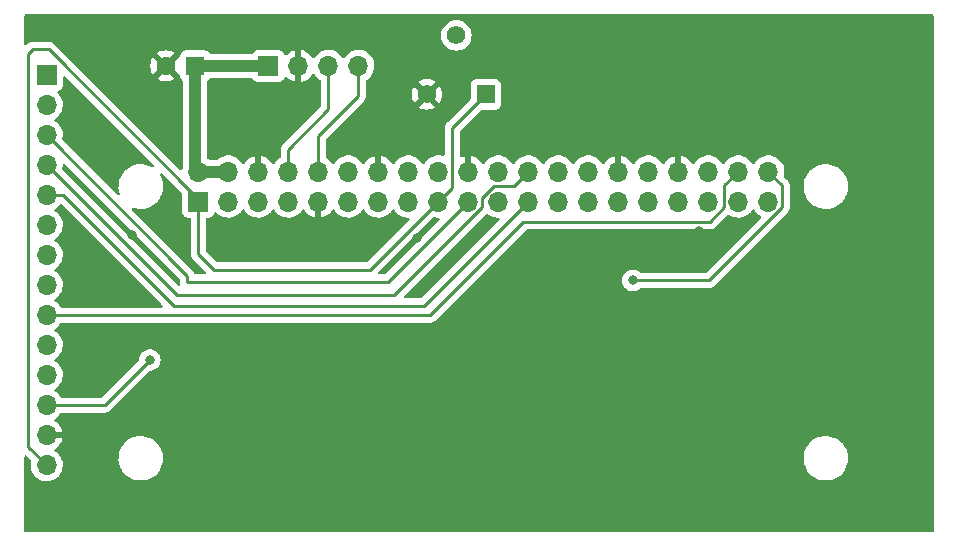
<source format=gbr>
%TF.GenerationSoftware,KiCad,Pcbnew,6.0.9-8da3e8f707~116~ubuntu22.04.1*%
%TF.CreationDate,2022-11-17T13:26:58-05:00*%
%TF.ProjectId,can-crusher-pi-hat,63616e2d-6372-4757-9368-65722d70692d,rev?*%
%TF.SameCoordinates,Original*%
%TF.FileFunction,Copper,L1,Top*%
%TF.FilePolarity,Positive*%
%FSLAX46Y46*%
G04 Gerber Fmt 4.6, Leading zero omitted, Abs format (unit mm)*
G04 Created by KiCad (PCBNEW 6.0.9-8da3e8f707~116~ubuntu22.04.1) date 2022-11-17 13:26:58*
%MOMM*%
%LPD*%
G01*
G04 APERTURE LIST*
%TA.AperFunction,ComponentPad*%
%ADD10R,1.700000X1.700000*%
%TD*%
%TA.AperFunction,ComponentPad*%
%ADD11O,1.700000X1.700000*%
%TD*%
%TA.AperFunction,ComponentPad*%
%ADD12R,1.560000X1.560000*%
%TD*%
%TA.AperFunction,ComponentPad*%
%ADD13C,1.560000*%
%TD*%
%TA.AperFunction,ComponentPad*%
%ADD14R,1.600000X1.600000*%
%TD*%
%TA.AperFunction,ComponentPad*%
%ADD15C,1.600000*%
%TD*%
%TA.AperFunction,ViaPad*%
%ADD16C,0.800000*%
%TD*%
%TA.AperFunction,Conductor*%
%ADD17C,1.000000*%
%TD*%
%TA.AperFunction,Conductor*%
%ADD18C,0.250000*%
%TD*%
G04 APERTURE END LIST*
D10*
%TO.P,J3,1,+5V_IN*%
%TO.N,+5V*%
X130175000Y-56896000D03*
D11*
%TO.P,J3,2,GND*%
%TO.N,GND*%
X132715000Y-56896000D03*
%TO.P,J3,3,TX*%
%TO.N,Net-(J1-Pad8)*%
X135255000Y-56896000D03*
%TO.P,J3,4,RX*%
%TO.N,Net-(J1-Pad10)*%
X137795000Y-56896000D03*
%TD*%
D12*
%TO.P,RV1,1,1*%
%TO.N,+3V3*%
X148590000Y-59309000D03*
D13*
%TO.P,RV1,2,2*%
%TO.N,Net-(J2-Pad7)*%
X146090000Y-54309000D03*
%TO.P,RV1,3,3*%
%TO.N,GND*%
X143590000Y-59309000D03*
%TD*%
D14*
%TO.P,C1,1*%
%TO.N,+5V*%
X123991380Y-56896000D03*
D15*
%TO.P,C1,2*%
%TO.N,GND*%
X121491380Y-56896000D03*
%TD*%
D10*
%TO.P,J2,1,Touch_IRQ*%
%TO.N,Net-(J1-Pad37)*%
X111404000Y-57668000D03*
D11*
%TO.P,J2,2,TOUCH_MISO*%
%TO.N,Net-(J1-Pad21)*%
X111404000Y-60208000D03*
%TO.P,J2,3,Touch_MOSI*%
%TO.N,Net-(J1-Pad19)*%
X111404000Y-62748000D03*
%TO.P,J2,4,Touch_CS*%
%TO.N,Net-(J1-Pad24)*%
X111404000Y-65288000D03*
%TO.P,J2,5,Touch_CLK*%
%TO.N,Net-(J1-Pad23)*%
X111404000Y-67828000D03*
%TO.P,J2,6,LCD_MISO*%
%TO.N,Net-(J1-Pad35)*%
X111404000Y-70368000D03*
%TO.P,J2,7,LCD_BKLIGHT*%
%TO.N,Net-(J2-Pad7)*%
X111404000Y-72908000D03*
%TO.P,J2,8,LCD_CLK*%
%TO.N,Net-(J1-Pad40)*%
X111404000Y-75448000D03*
%TO.P,J2,9,LCD_MOSI*%
%TO.N,Net-(J1-Pad38)*%
X111404000Y-77988000D03*
%TO.P,J2,10,LCD_DC*%
%TO.N,Net-(J1-Pad31)*%
X111404000Y-80528000D03*
%TO.P,J2,11,LCD_RESET*%
%TO.N,Net-(J1-Pad29)*%
X111404000Y-83068000D03*
%TO.P,J2,12,LCD_CS*%
%TO.N,Net-(J1-Pad12)*%
X111404000Y-85608000D03*
%TO.P,J2,13,GND*%
%TO.N,GND*%
X111404000Y-88148000D03*
%TO.P,J2,14,3V3_VCC*%
%TO.N,+3V3*%
X111404000Y-90688000D03*
%TD*%
D10*
%TO.P,J1,1,3V3*%
%TO.N,+3V3*%
X124243000Y-68374000D03*
D11*
%TO.P,J1,2,5V*%
%TO.N,+5V*%
X124243000Y-65834000D03*
%TO.P,J1,3,SDA/GPIO2*%
%TO.N,unconnected-(J1-Pad3)*%
X126783000Y-68374000D03*
%TO.P,J1,4,5V*%
%TO.N,+5V*%
X126783000Y-65834000D03*
%TO.P,J1,5,SCL/GPIO3*%
%TO.N,unconnected-(J1-Pad5)*%
X129323000Y-68374000D03*
%TO.P,J1,6,GND*%
%TO.N,GND*%
X129323000Y-65834000D03*
%TO.P,J1,7,GCLK0/GPIO4*%
%TO.N,unconnected-(J1-Pad7)*%
X131863000Y-68374000D03*
%TO.P,J1,8,GPIO14/TXD*%
%TO.N,Net-(J1-Pad8)*%
X131863000Y-65834000D03*
%TO.P,J1,9,GND*%
%TO.N,GND*%
X134403000Y-68374000D03*
%TO.P,J1,10,GPIO15/RXD*%
%TO.N,Net-(J1-Pad10)*%
X134403000Y-65834000D03*
%TO.P,J1,11,GPIO17*%
%TO.N,unconnected-(J1-Pad11)*%
X136943000Y-68374000D03*
%TO.P,J1,12,GPIO18/PWM0*%
%TO.N,Net-(J1-Pad12)*%
X136943000Y-65834000D03*
%TO.P,J1,13,GPIO27*%
%TO.N,unconnected-(J1-Pad13)*%
X139483000Y-68374000D03*
%TO.P,J1,14,GND*%
%TO.N,GND*%
X139483000Y-65834000D03*
%TO.P,J1,15,GPIO22*%
%TO.N,unconnected-(J1-Pad15)*%
X142023000Y-68374000D03*
%TO.P,J1,16,GPIO23*%
%TO.N,unconnected-(J1-Pad16)*%
X142023000Y-65834000D03*
%TO.P,J1,17,3V3*%
%TO.N,+3V3*%
X144563000Y-68374000D03*
%TO.P,J1,18,GPIO24*%
%TO.N,unconnected-(J1-Pad18)*%
X144563000Y-65834000D03*
%TO.P,J1,19,MOSI0/GPIO10*%
%TO.N,Net-(J1-Pad19)*%
X147103000Y-68374000D03*
%TO.P,J1,20,GND*%
%TO.N,GND*%
X147103000Y-65834000D03*
%TO.P,J1,21,MISO0/GPIO9*%
%TO.N,Net-(J1-Pad21)*%
X149643000Y-68374000D03*
%TO.P,J1,22,GPIO25*%
%TO.N,unconnected-(J1-Pad22)*%
X149643000Y-65834000D03*
%TO.P,J1,23,SCLK0/GPIO11*%
%TO.N,Net-(J1-Pad23)*%
X152183000Y-68374000D03*
%TO.P,J1,24,~{CE0}/GPIO8*%
%TO.N,Net-(J1-Pad24)*%
X152183000Y-65834000D03*
%TO.P,J1,25,GND*%
%TO.N,GND*%
X154723000Y-68374000D03*
%TO.P,J1,26,~{CE1}/GPIO7*%
%TO.N,unconnected-(J1-Pad26)*%
X154723000Y-65834000D03*
%TO.P,J1,27,ID_SD/GPIO0*%
%TO.N,unconnected-(J1-Pad27)*%
X157263000Y-68374000D03*
%TO.P,J1,28,ID_SC/GPIO1*%
%TO.N,unconnected-(J1-Pad28)*%
X157263000Y-65834000D03*
%TO.P,J1,29,GCLK1/GPIO5*%
%TO.N,Net-(J1-Pad29)*%
X159803000Y-68374000D03*
%TO.P,J1,30,GND*%
%TO.N,GND*%
X159803000Y-65834000D03*
%TO.P,J1,31,GCLK2/GPIO6*%
%TO.N,Net-(J1-Pad31)*%
X162343000Y-68374000D03*
%TO.P,J1,32,PWM0/GPIO12*%
%TO.N,unconnected-(J1-Pad32)*%
X162343000Y-65834000D03*
%TO.P,J1,33,PWM1/GPIO13*%
%TO.N,unconnected-(J1-Pad33)*%
X164883000Y-68374000D03*
%TO.P,J1,34,GND*%
%TO.N,GND*%
X164883000Y-65834000D03*
%TO.P,J1,35,GPIO19/MISO1*%
%TO.N,Net-(J1-Pad35)*%
X167423000Y-68374000D03*
%TO.P,J1,36,GPIO16*%
%TO.N,unconnected-(J1-Pad36)*%
X167423000Y-65834000D03*
%TO.P,J1,37,GPIO26*%
%TO.N,Net-(J1-Pad37)*%
X169963000Y-68374000D03*
%TO.P,J1,38,GPIO20/MOSI1*%
%TO.N,Net-(J1-Pad38)*%
X169963000Y-65834000D03*
%TO.P,J1,39,GND*%
%TO.N,GND*%
X172503000Y-68374000D03*
%TO.P,J1,40,GPIO21/SCLK1*%
%TO.N,Net-(J1-Pad40)*%
X172503000Y-65834000D03*
%TD*%
D16*
%TO.N,GND*%
X157226000Y-74422000D03*
X184277000Y-55245000D03*
X118618000Y-71247000D03*
X181991000Y-94615000D03*
X179578000Y-58547000D03*
X185166000Y-66548000D03*
X177546000Y-78105000D03*
X159893000Y-85598000D03*
X136779000Y-89535000D03*
X143256000Y-55753000D03*
X118364000Y-75311000D03*
X113919000Y-54356000D03*
X114808000Y-60452000D03*
X139827000Y-60833000D03*
X166624000Y-70866000D03*
X126746000Y-89662000D03*
X136525000Y-80645000D03*
X128905000Y-61214000D03*
X158623000Y-93345000D03*
X118364000Y-79375000D03*
X122428000Y-70739000D03*
X142748000Y-71501000D03*
X128270000Y-72009000D03*
X184277000Y-81280000D03*
X151003000Y-73279000D03*
X146050000Y-72898000D03*
X113792000Y-84328000D03*
X169799000Y-81915000D03*
X137287000Y-71374000D03*
X151003000Y-60706000D03*
X156464000Y-58674000D03*
X113665000Y-87376000D03*
X165989000Y-89789000D03*
%TO.N,Net-(J1-Pad12)*%
X120142000Y-81788000D03*
%TO.N,Net-(J1-Pad40)*%
X161036000Y-75057000D03*
%TD*%
D17*
%TO.N,+5V*%
X130175000Y-56896000D02*
X123991380Y-56896000D01*
X124243000Y-65834000D02*
X126783000Y-65834000D01*
X123991380Y-56896000D02*
X123991380Y-65582380D01*
D18*
X123991380Y-65582380D02*
X124243000Y-65834000D01*
%TO.N,+3V3*%
X125603000Y-74168000D02*
X124243000Y-72808000D01*
X145738000Y-62161000D02*
X148590000Y-59309000D01*
X110236000Y-55499000D02*
X111585000Y-55499000D01*
X124243000Y-68157000D02*
X124243000Y-68374000D01*
X109855000Y-55880000D02*
X110236000Y-55499000D01*
X145738000Y-67199000D02*
X145738000Y-62161000D01*
X144563000Y-68374000D02*
X145738000Y-67199000D01*
X138769000Y-74168000D02*
X125603000Y-74168000D01*
X111404000Y-90688000D02*
X109855000Y-89139000D01*
X144563000Y-68374000D02*
X138769000Y-74168000D01*
X111585000Y-55499000D02*
X124243000Y-68157000D01*
X124243000Y-72808000D02*
X124243000Y-68374000D01*
X109855000Y-89139000D02*
X109855000Y-55880000D01*
%TO.N,Net-(J1-Pad8)*%
X135255000Y-60579000D02*
X135255000Y-56896000D01*
X131863000Y-65834000D02*
X131863000Y-63971000D01*
X131863000Y-63971000D02*
X135255000Y-60579000D01*
%TO.N,Net-(J1-Pad10)*%
X134403000Y-65834000D02*
X134403000Y-62828000D01*
X137795000Y-59436000D02*
X137795000Y-56896000D01*
X134403000Y-62828000D02*
X137795000Y-59436000D01*
%TO.N,Net-(J1-Pad12)*%
X116322000Y-85608000D02*
X120142000Y-81788000D01*
X111404000Y-85608000D02*
X116322000Y-85608000D01*
%TO.N,Net-(J1-Pad19)*%
X111404000Y-62748000D02*
X123317000Y-74661000D01*
X140293000Y-75184000D02*
X147103000Y-68374000D01*
X123317000Y-74661000D02*
X123317000Y-75184000D01*
X123317000Y-75184000D02*
X140293000Y-75184000D01*
%TO.N,Net-(J1-Pad23)*%
X111404000Y-67828000D02*
X112786000Y-67828000D01*
X112786000Y-67828000D02*
X122174000Y-77216000D01*
X143341000Y-77216000D02*
X152183000Y-68374000D01*
X122174000Y-77216000D02*
X143341000Y-77216000D01*
%TO.N,Net-(J1-Pad24)*%
X122443000Y-76327000D02*
X140811701Y-76327000D01*
X111404000Y-65288000D02*
X122443000Y-76327000D01*
X149299299Y-67056000D02*
X150961000Y-67056000D01*
X148278000Y-68860701D02*
X148278000Y-68077299D01*
X148278000Y-68077299D02*
X149299299Y-67056000D01*
X150961000Y-67056000D02*
X152183000Y-65834000D01*
X140811701Y-76327000D02*
X148278000Y-68860701D01*
%TO.N,Net-(J1-Pad38)*%
X168788000Y-68860701D02*
X168788000Y-67009000D01*
X151765000Y-70104000D02*
X167544701Y-70104000D01*
X168788000Y-67009000D02*
X169963000Y-65834000D01*
X143881000Y-77988000D02*
X151765000Y-70104000D01*
X111404000Y-77988000D02*
X143881000Y-77988000D01*
X167544701Y-70104000D02*
X168788000Y-68860701D01*
%TO.N,Net-(J1-Pad40)*%
X167481701Y-75057000D02*
X173678000Y-68860701D01*
X161036000Y-75057000D02*
X167481701Y-75057000D01*
X173678000Y-67009000D02*
X172503000Y-65834000D01*
X173678000Y-68860701D02*
X173678000Y-67009000D01*
%TD*%
%TA.AperFunction,Conductor*%
%TO.N,GND*%
G36*
X186433621Y-52528502D02*
G01*
X186480114Y-52582158D01*
X186491500Y-52634500D01*
X186491500Y-96270500D01*
X186471498Y-96338621D01*
X186417842Y-96385114D01*
X186365500Y-96396500D01*
X109634500Y-96396500D01*
X109566379Y-96376498D01*
X109519886Y-96322842D01*
X109508500Y-96270500D01*
X109508500Y-89992594D01*
X109528502Y-89924473D01*
X109582158Y-89877980D01*
X109652432Y-89867876D01*
X109717012Y-89897370D01*
X109723595Y-89903499D01*
X110053778Y-90233682D01*
X110087804Y-90295994D01*
X110086100Y-90356448D01*
X110064989Y-90432570D01*
X110064441Y-90437700D01*
X110064440Y-90437704D01*
X110060933Y-90470522D01*
X110041251Y-90654695D01*
X110041548Y-90659848D01*
X110041548Y-90659851D01*
X110047011Y-90754590D01*
X110054110Y-90877715D01*
X110055247Y-90882761D01*
X110055248Y-90882767D01*
X110066698Y-90933573D01*
X110103222Y-91095639D01*
X110187266Y-91302616D01*
X110303987Y-91493088D01*
X110450250Y-91661938D01*
X110622126Y-91804632D01*
X110815000Y-91917338D01*
X111023692Y-91997030D01*
X111028760Y-91998061D01*
X111028763Y-91998062D01*
X111136017Y-92019883D01*
X111242597Y-92041567D01*
X111247772Y-92041757D01*
X111247774Y-92041757D01*
X111460673Y-92049564D01*
X111460677Y-92049564D01*
X111465837Y-92049753D01*
X111470957Y-92049097D01*
X111470959Y-92049097D01*
X111682288Y-92022025D01*
X111682289Y-92022025D01*
X111687416Y-92021368D01*
X111692366Y-92019883D01*
X111896429Y-91958661D01*
X111896434Y-91958659D01*
X111901384Y-91957174D01*
X112101994Y-91858896D01*
X112283860Y-91729173D01*
X112326704Y-91686479D01*
X112438435Y-91575137D01*
X112442096Y-91571489D01*
X112501594Y-91488689D01*
X112569435Y-91394277D01*
X112572453Y-91390077D01*
X112607445Y-91319277D01*
X112669136Y-91194453D01*
X112669137Y-91194451D01*
X112671430Y-91189811D01*
X112736370Y-90976069D01*
X112765529Y-90754590D01*
X112767156Y-90688000D01*
X112748852Y-90465361D01*
X112694431Y-90248702D01*
X112650143Y-90146846D01*
X117484948Y-90146846D01*
X117510909Y-90418949D01*
X117511994Y-90423383D01*
X117511995Y-90423389D01*
X117554690Y-90597868D01*
X117575878Y-90684455D01*
X117577590Y-90688681D01*
X117577591Y-90688685D01*
X117654156Y-90877715D01*
X117678493Y-90937801D01*
X117680797Y-90941736D01*
X117680799Y-90941740D01*
X117739915Y-91042701D01*
X117816606Y-91173680D01*
X117987323Y-91387151D01*
X118187068Y-91573742D01*
X118411656Y-91729544D01*
X118538501Y-91792648D01*
X118652296Y-91849261D01*
X118652299Y-91849262D01*
X118656383Y-91851294D01*
X118916121Y-91936440D01*
X118920612Y-91937220D01*
X118920613Y-91937220D01*
X119181650Y-91982544D01*
X119181658Y-91982545D01*
X119185431Y-91983200D01*
X119189268Y-91983391D01*
X119270233Y-91987422D01*
X119270241Y-91987422D01*
X119271804Y-91987500D01*
X119442434Y-91987500D01*
X119444702Y-91987335D01*
X119444714Y-91987335D01*
X119576273Y-91977789D01*
X119645622Y-91972757D01*
X119650077Y-91971773D01*
X119650080Y-91971773D01*
X119908073Y-91914814D01*
X119908077Y-91914813D01*
X119912533Y-91913829D01*
X120057526Y-91858896D01*
X120163872Y-91818605D01*
X120163875Y-91818604D01*
X120168142Y-91816987D01*
X120407094Y-91684261D01*
X120548507Y-91576338D01*
X120620751Y-91521203D01*
X120620752Y-91521202D01*
X120624383Y-91518431D01*
X120649158Y-91493088D01*
X120812264Y-91326238D01*
X120815458Y-91322971D01*
X120818147Y-91319277D01*
X120973629Y-91105667D01*
X120973632Y-91105661D01*
X120976315Y-91101976D01*
X120978437Y-91097943D01*
X120978440Y-91097938D01*
X121101460Y-90864115D01*
X121101460Y-90864114D01*
X121103586Y-90860074D01*
X121194603Y-90602334D01*
X121227052Y-90437704D01*
X121246580Y-90338627D01*
X121246581Y-90338621D01*
X121247461Y-90334155D01*
X121249876Y-90285641D01*
X121256786Y-90146846D01*
X175484948Y-90146846D01*
X175510909Y-90418949D01*
X175511994Y-90423383D01*
X175511995Y-90423389D01*
X175554690Y-90597868D01*
X175575878Y-90684455D01*
X175577590Y-90688681D01*
X175577591Y-90688685D01*
X175654156Y-90877715D01*
X175678493Y-90937801D01*
X175680797Y-90941736D01*
X175680799Y-90941740D01*
X175739915Y-91042701D01*
X175816606Y-91173680D01*
X175987323Y-91387151D01*
X176187068Y-91573742D01*
X176411656Y-91729544D01*
X176538501Y-91792648D01*
X176652296Y-91849261D01*
X176652299Y-91849262D01*
X176656383Y-91851294D01*
X176916121Y-91936440D01*
X176920612Y-91937220D01*
X176920613Y-91937220D01*
X177181650Y-91982544D01*
X177181658Y-91982545D01*
X177185431Y-91983200D01*
X177189268Y-91983391D01*
X177270233Y-91987422D01*
X177270241Y-91987422D01*
X177271804Y-91987500D01*
X177442434Y-91987500D01*
X177444702Y-91987335D01*
X177444714Y-91987335D01*
X177576273Y-91977789D01*
X177645622Y-91972757D01*
X177650077Y-91971773D01*
X177650080Y-91971773D01*
X177908073Y-91914814D01*
X177908077Y-91914813D01*
X177912533Y-91913829D01*
X178057526Y-91858896D01*
X178163872Y-91818605D01*
X178163875Y-91818604D01*
X178168142Y-91816987D01*
X178407094Y-91684261D01*
X178548507Y-91576338D01*
X178620751Y-91521203D01*
X178620752Y-91521202D01*
X178624383Y-91518431D01*
X178649158Y-91493088D01*
X178812264Y-91326238D01*
X178815458Y-91322971D01*
X178818147Y-91319277D01*
X178973629Y-91105667D01*
X178973632Y-91105661D01*
X178976315Y-91101976D01*
X178978437Y-91097943D01*
X178978440Y-91097938D01*
X179101460Y-90864115D01*
X179101460Y-90864114D01*
X179103586Y-90860074D01*
X179194603Y-90602334D01*
X179227052Y-90437704D01*
X179246580Y-90338627D01*
X179246581Y-90338621D01*
X179247461Y-90334155D01*
X179249876Y-90285641D01*
X179260825Y-90065723D01*
X179260825Y-90065717D01*
X179261052Y-90061154D01*
X179235091Y-89789051D01*
X179170122Y-89523545D01*
X179123992Y-89409654D01*
X179069220Y-89274427D01*
X179069217Y-89274421D01*
X179067507Y-89270199D01*
X178929394Y-89034320D01*
X178785205Y-88854020D01*
X178761529Y-88824415D01*
X178761528Y-88824413D01*
X178758677Y-88820849D01*
X178558932Y-88634258D01*
X178334344Y-88478456D01*
X178188256Y-88405778D01*
X178093704Y-88358739D01*
X178093701Y-88358738D01*
X178089617Y-88356706D01*
X177829879Y-88271560D01*
X177825387Y-88270780D01*
X177564350Y-88225456D01*
X177564342Y-88225455D01*
X177560569Y-88224800D01*
X177549238Y-88224236D01*
X177475767Y-88220578D01*
X177475759Y-88220578D01*
X177474196Y-88220500D01*
X177303566Y-88220500D01*
X177301298Y-88220665D01*
X177301286Y-88220665D01*
X177169727Y-88230211D01*
X177100378Y-88235243D01*
X177095923Y-88236227D01*
X177095920Y-88236227D01*
X176837927Y-88293186D01*
X176837923Y-88293187D01*
X176833467Y-88294171D01*
X176743275Y-88328342D01*
X176582128Y-88389395D01*
X176582125Y-88389396D01*
X176577858Y-88391013D01*
X176338906Y-88523739D01*
X176121617Y-88689569D01*
X175930542Y-88885029D01*
X175927855Y-88888721D01*
X175927853Y-88888723D01*
X175772371Y-89102333D01*
X175772368Y-89102339D01*
X175769685Y-89106024D01*
X175767563Y-89110057D01*
X175767560Y-89110062D01*
X175683308Y-89270199D01*
X175642414Y-89347926D01*
X175640896Y-89352225D01*
X175640895Y-89352227D01*
X175627523Y-89390094D01*
X175551397Y-89605666D01*
X175550517Y-89610132D01*
X175502002Y-89856277D01*
X175498539Y-89873845D01*
X175498312Y-89878398D01*
X175498312Y-89878401D01*
X175488987Y-90065723D01*
X175484948Y-90146846D01*
X121256786Y-90146846D01*
X121260825Y-90065723D01*
X121260825Y-90065717D01*
X121261052Y-90061154D01*
X121235091Y-89789051D01*
X121170122Y-89523545D01*
X121123992Y-89409654D01*
X121069220Y-89274427D01*
X121069217Y-89274421D01*
X121067507Y-89270199D01*
X120929394Y-89034320D01*
X120785205Y-88854020D01*
X120761529Y-88824415D01*
X120761528Y-88824413D01*
X120758677Y-88820849D01*
X120558932Y-88634258D01*
X120334344Y-88478456D01*
X120188256Y-88405778D01*
X120093704Y-88358739D01*
X120093701Y-88358738D01*
X120089617Y-88356706D01*
X119829879Y-88271560D01*
X119825387Y-88270780D01*
X119564350Y-88225456D01*
X119564342Y-88225455D01*
X119560569Y-88224800D01*
X119549238Y-88224236D01*
X119475767Y-88220578D01*
X119475759Y-88220578D01*
X119474196Y-88220500D01*
X119303566Y-88220500D01*
X119301298Y-88220665D01*
X119301286Y-88220665D01*
X119169727Y-88230211D01*
X119100378Y-88235243D01*
X119095923Y-88236227D01*
X119095920Y-88236227D01*
X118837927Y-88293186D01*
X118837923Y-88293187D01*
X118833467Y-88294171D01*
X118743275Y-88328342D01*
X118582128Y-88389395D01*
X118582125Y-88389396D01*
X118577858Y-88391013D01*
X118338906Y-88523739D01*
X118121617Y-88689569D01*
X117930542Y-88885029D01*
X117927855Y-88888721D01*
X117927853Y-88888723D01*
X117772371Y-89102333D01*
X117772368Y-89102339D01*
X117769685Y-89106024D01*
X117767563Y-89110057D01*
X117767560Y-89110062D01*
X117683308Y-89270199D01*
X117642414Y-89347926D01*
X117640896Y-89352225D01*
X117640895Y-89352227D01*
X117627523Y-89390094D01*
X117551397Y-89605666D01*
X117550517Y-89610132D01*
X117502002Y-89856277D01*
X117498539Y-89873845D01*
X117498312Y-89878398D01*
X117498312Y-89878401D01*
X117488987Y-90065723D01*
X117484948Y-90146846D01*
X112650143Y-90146846D01*
X112605354Y-90043840D01*
X112528132Y-89924473D01*
X112486822Y-89860617D01*
X112486820Y-89860614D01*
X112484014Y-89856277D01*
X112333670Y-89691051D01*
X112329619Y-89687852D01*
X112329615Y-89687848D01*
X112162414Y-89555800D01*
X112162410Y-89555798D01*
X112158359Y-89552598D01*
X112116569Y-89529529D01*
X112066598Y-89479097D01*
X112051826Y-89409654D01*
X112076942Y-89343248D01*
X112104294Y-89316641D01*
X112279328Y-89191792D01*
X112287200Y-89185139D01*
X112438052Y-89034812D01*
X112444730Y-89026965D01*
X112569003Y-88854020D01*
X112574313Y-88845183D01*
X112668670Y-88654267D01*
X112672469Y-88644672D01*
X112734377Y-88440910D01*
X112736555Y-88430837D01*
X112737986Y-88419962D01*
X112735775Y-88405778D01*
X112722617Y-88402000D01*
X111276000Y-88402000D01*
X111207879Y-88381998D01*
X111161386Y-88328342D01*
X111150000Y-88276000D01*
X111150000Y-88020000D01*
X111170002Y-87951879D01*
X111223658Y-87905386D01*
X111276000Y-87894000D01*
X112722344Y-87894000D01*
X112735875Y-87890027D01*
X112737180Y-87880947D01*
X112695214Y-87713875D01*
X112691894Y-87704124D01*
X112606972Y-87508814D01*
X112602105Y-87499739D01*
X112486426Y-87320926D01*
X112480136Y-87312757D01*
X112336806Y-87155240D01*
X112329273Y-87148215D01*
X112162139Y-87016222D01*
X112153556Y-87010520D01*
X112116602Y-86990120D01*
X112066631Y-86939687D01*
X112051859Y-86870245D01*
X112076975Y-86803839D01*
X112104327Y-86777232D01*
X112127797Y-86760491D01*
X112283860Y-86649173D01*
X112442096Y-86491489D01*
X112572453Y-86310077D01*
X112574746Y-86305437D01*
X112576446Y-86302608D01*
X112628674Y-86254518D01*
X112684451Y-86241500D01*
X116243233Y-86241500D01*
X116254416Y-86242027D01*
X116261909Y-86243702D01*
X116269835Y-86243453D01*
X116269836Y-86243453D01*
X116329986Y-86241562D01*
X116333945Y-86241500D01*
X116361856Y-86241500D01*
X116365791Y-86241003D01*
X116365856Y-86240995D01*
X116377693Y-86240062D01*
X116409951Y-86239048D01*
X116413970Y-86238922D01*
X116421889Y-86238673D01*
X116441343Y-86233021D01*
X116460700Y-86229013D01*
X116472930Y-86227468D01*
X116472931Y-86227468D01*
X116480797Y-86226474D01*
X116488168Y-86223555D01*
X116488170Y-86223555D01*
X116521912Y-86210196D01*
X116533142Y-86206351D01*
X116567983Y-86196229D01*
X116567984Y-86196229D01*
X116575593Y-86194018D01*
X116582412Y-86189985D01*
X116582417Y-86189983D01*
X116593028Y-86183707D01*
X116610776Y-86175012D01*
X116629617Y-86167552D01*
X116665387Y-86141564D01*
X116675307Y-86135048D01*
X116706535Y-86116580D01*
X116706538Y-86116578D01*
X116713362Y-86112542D01*
X116727683Y-86098221D01*
X116742717Y-86085380D01*
X116752694Y-86078131D01*
X116759107Y-86073472D01*
X116787298Y-86039395D01*
X116795288Y-86030616D01*
X120092500Y-82733405D01*
X120154812Y-82699379D01*
X120181595Y-82696500D01*
X120237487Y-82696500D01*
X120243939Y-82695128D01*
X120243944Y-82695128D01*
X120330888Y-82676647D01*
X120424288Y-82656794D01*
X120430319Y-82654109D01*
X120592722Y-82581803D01*
X120592724Y-82581802D01*
X120598752Y-82579118D01*
X120753253Y-82466866D01*
X120881040Y-82324944D01*
X120976527Y-82159556D01*
X121035542Y-81977928D01*
X121040569Y-81930104D01*
X121054814Y-81794565D01*
X121055504Y-81788000D01*
X121035542Y-81598072D01*
X120976527Y-81416444D01*
X120881040Y-81251056D01*
X120862151Y-81230077D01*
X120757675Y-81114045D01*
X120757674Y-81114044D01*
X120753253Y-81109134D01*
X120598752Y-80996882D01*
X120592724Y-80994198D01*
X120592722Y-80994197D01*
X120430319Y-80921891D01*
X120430318Y-80921891D01*
X120424288Y-80919206D01*
X120330888Y-80899353D01*
X120243944Y-80880872D01*
X120243939Y-80880872D01*
X120237487Y-80879500D01*
X120046513Y-80879500D01*
X120040061Y-80880872D01*
X120040056Y-80880872D01*
X119953112Y-80899353D01*
X119859712Y-80919206D01*
X119853682Y-80921891D01*
X119853681Y-80921891D01*
X119691278Y-80994197D01*
X119691276Y-80994198D01*
X119685248Y-80996882D01*
X119530747Y-81109134D01*
X119526326Y-81114044D01*
X119526325Y-81114045D01*
X119421850Y-81230077D01*
X119402960Y-81251056D01*
X119307473Y-81416444D01*
X119248458Y-81598072D01*
X119235274Y-81723516D01*
X119231093Y-81763293D01*
X119204080Y-81828950D01*
X119194878Y-81839218D01*
X116096500Y-84937595D01*
X116034188Y-84971621D01*
X116007405Y-84974500D01*
X112680805Y-84974500D01*
X112612684Y-84954498D01*
X112575013Y-84916940D01*
X112486822Y-84780617D01*
X112486820Y-84780614D01*
X112484014Y-84776277D01*
X112333670Y-84611051D01*
X112329619Y-84607852D01*
X112329615Y-84607848D01*
X112162414Y-84475800D01*
X112162410Y-84475798D01*
X112158359Y-84472598D01*
X112117053Y-84449796D01*
X112067084Y-84399364D01*
X112052312Y-84329921D01*
X112077428Y-84263516D01*
X112104780Y-84236909D01*
X112178070Y-84184632D01*
X112283860Y-84109173D01*
X112442096Y-83951489D01*
X112572453Y-83770077D01*
X112671430Y-83569811D01*
X112736370Y-83356069D01*
X112765529Y-83134590D01*
X112767156Y-83068000D01*
X112748852Y-82845361D01*
X112694431Y-82628702D01*
X112605354Y-82423840D01*
X112484014Y-82236277D01*
X112333670Y-82071051D01*
X112329619Y-82067852D01*
X112329615Y-82067848D01*
X112162414Y-81935800D01*
X112162410Y-81935798D01*
X112158359Y-81932598D01*
X112117053Y-81909796D01*
X112067084Y-81859364D01*
X112052312Y-81789921D01*
X112077428Y-81723516D01*
X112104780Y-81696909D01*
X112178070Y-81644632D01*
X112283860Y-81569173D01*
X112442096Y-81411489D01*
X112572453Y-81230077D01*
X112632227Y-81109134D01*
X112669136Y-81034453D01*
X112669137Y-81034451D01*
X112671430Y-81029811D01*
X112736370Y-80816069D01*
X112765529Y-80594590D01*
X112767156Y-80528000D01*
X112748852Y-80305361D01*
X112694431Y-80088702D01*
X112605354Y-79883840D01*
X112484014Y-79696277D01*
X112333670Y-79531051D01*
X112329619Y-79527852D01*
X112329615Y-79527848D01*
X112162414Y-79395800D01*
X112162410Y-79395798D01*
X112158359Y-79392598D01*
X112117053Y-79369796D01*
X112067084Y-79319364D01*
X112052312Y-79249921D01*
X112077428Y-79183516D01*
X112104780Y-79156909D01*
X112178070Y-79104632D01*
X112283860Y-79029173D01*
X112442096Y-78871489D01*
X112572453Y-78690077D01*
X112574746Y-78685437D01*
X112576446Y-78682608D01*
X112628674Y-78634518D01*
X112684451Y-78621500D01*
X143802233Y-78621500D01*
X143813416Y-78622027D01*
X143820909Y-78623702D01*
X143828835Y-78623453D01*
X143828836Y-78623453D01*
X143888986Y-78621562D01*
X143892945Y-78621500D01*
X143920856Y-78621500D01*
X143924791Y-78621003D01*
X143924856Y-78620995D01*
X143936693Y-78620062D01*
X143968951Y-78619048D01*
X143972970Y-78618922D01*
X143980889Y-78618673D01*
X144000343Y-78613021D01*
X144019700Y-78609013D01*
X144031930Y-78607468D01*
X144031931Y-78607468D01*
X144039797Y-78606474D01*
X144047168Y-78603555D01*
X144047170Y-78603555D01*
X144080912Y-78590196D01*
X144092142Y-78586351D01*
X144126983Y-78576229D01*
X144126984Y-78576229D01*
X144134593Y-78574018D01*
X144141412Y-78569985D01*
X144141417Y-78569983D01*
X144152028Y-78563707D01*
X144169776Y-78555012D01*
X144188617Y-78547552D01*
X144224387Y-78521564D01*
X144234307Y-78515048D01*
X144265535Y-78496580D01*
X144265538Y-78496578D01*
X144272362Y-78492542D01*
X144286683Y-78478221D01*
X144301717Y-78465380D01*
X144311694Y-78458131D01*
X144318107Y-78453472D01*
X144346298Y-78419395D01*
X144354288Y-78410616D01*
X151990500Y-70774405D01*
X152052812Y-70740379D01*
X152079595Y-70737500D01*
X167465934Y-70737500D01*
X167477117Y-70738027D01*
X167484610Y-70739702D01*
X167492536Y-70739453D01*
X167492537Y-70739453D01*
X167552687Y-70737562D01*
X167556646Y-70737500D01*
X167584557Y-70737500D01*
X167588492Y-70737003D01*
X167588557Y-70736995D01*
X167600394Y-70736062D01*
X167632652Y-70735048D01*
X167636671Y-70734922D01*
X167644590Y-70734673D01*
X167664044Y-70729021D01*
X167683401Y-70725013D01*
X167695631Y-70723468D01*
X167695632Y-70723468D01*
X167703498Y-70722474D01*
X167710869Y-70719555D01*
X167710871Y-70719555D01*
X167744613Y-70706196D01*
X167755843Y-70702351D01*
X167790684Y-70692229D01*
X167790685Y-70692229D01*
X167798294Y-70690018D01*
X167805113Y-70685985D01*
X167805118Y-70685983D01*
X167815729Y-70679707D01*
X167833477Y-70671012D01*
X167852318Y-70663552D01*
X167888088Y-70637564D01*
X167898008Y-70631048D01*
X167929236Y-70612580D01*
X167929239Y-70612578D01*
X167936063Y-70608542D01*
X167950384Y-70594221D01*
X167965418Y-70581380D01*
X167975395Y-70574131D01*
X167981808Y-70569472D01*
X168009999Y-70535395D01*
X168017989Y-70526616D01*
X169032134Y-69512471D01*
X169094446Y-69478445D01*
X169165261Y-69483510D01*
X169184796Y-69492777D01*
X169374000Y-69603338D01*
X169582692Y-69683030D01*
X169587760Y-69684061D01*
X169587763Y-69684062D01*
X169682862Y-69703410D01*
X169801597Y-69727567D01*
X169806772Y-69727757D01*
X169806774Y-69727757D01*
X170019673Y-69735564D01*
X170019677Y-69735564D01*
X170024837Y-69735753D01*
X170029957Y-69735097D01*
X170029959Y-69735097D01*
X170241288Y-69708025D01*
X170241289Y-69708025D01*
X170246416Y-69707368D01*
X170251366Y-69705883D01*
X170455429Y-69644661D01*
X170455434Y-69644659D01*
X170460384Y-69643174D01*
X170660994Y-69544896D01*
X170842860Y-69415173D01*
X170887137Y-69371051D01*
X170943268Y-69315115D01*
X171001096Y-69257489D01*
X171131453Y-69076077D01*
X171132640Y-69076930D01*
X171179960Y-69033362D01*
X171249897Y-69021145D01*
X171315338Y-69048678D01*
X171343166Y-69080511D01*
X171400694Y-69174388D01*
X171406777Y-69182699D01*
X171546213Y-69343667D01*
X171553580Y-69350883D01*
X171717434Y-69486916D01*
X171725881Y-69492831D01*
X171852543Y-69566846D01*
X171901267Y-69618484D01*
X171914338Y-69688267D01*
X171887607Y-69754039D01*
X171878070Y-69764727D01*
X169566519Y-72076277D01*
X167256201Y-74386595D01*
X167193889Y-74420621D01*
X167167106Y-74423500D01*
X161744200Y-74423500D01*
X161676079Y-74403498D01*
X161656853Y-74387157D01*
X161656580Y-74387460D01*
X161651668Y-74383037D01*
X161647253Y-74378134D01*
X161604357Y-74346968D01*
X161498094Y-74269763D01*
X161498093Y-74269762D01*
X161492752Y-74265882D01*
X161486724Y-74263198D01*
X161486722Y-74263197D01*
X161324319Y-74190891D01*
X161324318Y-74190891D01*
X161318288Y-74188206D01*
X161224887Y-74168353D01*
X161137944Y-74149872D01*
X161137939Y-74149872D01*
X161131487Y-74148500D01*
X160940513Y-74148500D01*
X160934061Y-74149872D01*
X160934056Y-74149872D01*
X160847113Y-74168353D01*
X160753712Y-74188206D01*
X160747682Y-74190891D01*
X160747681Y-74190891D01*
X160585278Y-74263197D01*
X160585276Y-74263198D01*
X160579248Y-74265882D01*
X160424747Y-74378134D01*
X160420326Y-74383044D01*
X160420325Y-74383045D01*
X160302778Y-74513595D01*
X160296960Y-74520056D01*
X160201473Y-74685444D01*
X160142458Y-74867072D01*
X160122496Y-75057000D01*
X160123186Y-75063565D01*
X160140734Y-75230522D01*
X160142458Y-75246928D01*
X160201473Y-75428556D01*
X160204776Y-75434278D01*
X160204777Y-75434279D01*
X160212699Y-75448000D01*
X160296960Y-75593944D01*
X160301378Y-75598851D01*
X160301379Y-75598852D01*
X160387905Y-75694949D01*
X160424747Y-75735866D01*
X160579248Y-75848118D01*
X160585276Y-75850802D01*
X160585278Y-75850803D01*
X160747681Y-75923109D01*
X160753712Y-75925794D01*
X160843396Y-75944857D01*
X160934056Y-75964128D01*
X160934061Y-75964128D01*
X160940513Y-75965500D01*
X161131487Y-75965500D01*
X161137939Y-75964128D01*
X161137944Y-75964128D01*
X161228604Y-75944857D01*
X161318288Y-75925794D01*
X161324319Y-75923109D01*
X161486722Y-75850803D01*
X161486724Y-75850802D01*
X161492752Y-75848118D01*
X161647253Y-75735866D01*
X161651668Y-75730963D01*
X161656580Y-75726540D01*
X161657705Y-75727789D01*
X161711014Y-75694949D01*
X161744200Y-75690500D01*
X167402934Y-75690500D01*
X167414117Y-75691027D01*
X167421610Y-75692702D01*
X167429536Y-75692453D01*
X167429537Y-75692453D01*
X167489687Y-75690562D01*
X167493646Y-75690500D01*
X167521557Y-75690500D01*
X167525492Y-75690003D01*
X167525557Y-75689995D01*
X167537394Y-75689062D01*
X167569652Y-75688048D01*
X167573671Y-75687922D01*
X167581590Y-75687673D01*
X167601044Y-75682021D01*
X167620401Y-75678013D01*
X167632631Y-75676468D01*
X167632632Y-75676468D01*
X167640498Y-75675474D01*
X167647869Y-75672555D01*
X167647871Y-75672555D01*
X167681613Y-75659196D01*
X167692843Y-75655351D01*
X167727684Y-75645229D01*
X167727685Y-75645229D01*
X167735294Y-75643018D01*
X167742113Y-75638985D01*
X167742118Y-75638983D01*
X167752729Y-75632707D01*
X167770477Y-75624012D01*
X167789318Y-75616552D01*
X167805479Y-75604811D01*
X167825088Y-75590564D01*
X167835008Y-75584048D01*
X167866236Y-75565580D01*
X167866239Y-75565578D01*
X167873063Y-75561542D01*
X167887384Y-75547221D01*
X167902418Y-75534380D01*
X167912395Y-75527131D01*
X167918808Y-75522472D01*
X167946999Y-75488395D01*
X167954989Y-75479616D01*
X174070253Y-69364353D01*
X174078539Y-69356813D01*
X174085018Y-69352701D01*
X174095335Y-69341715D01*
X174131643Y-69303050D01*
X174134398Y-69300208D01*
X174154135Y-69280471D01*
X174156615Y-69277274D01*
X174164320Y-69268252D01*
X174170189Y-69262002D01*
X174194586Y-69236022D01*
X174198405Y-69229076D01*
X174198407Y-69229073D01*
X174204348Y-69218267D01*
X174215199Y-69201748D01*
X174222758Y-69192002D01*
X174227614Y-69185742D01*
X174230759Y-69178473D01*
X174230762Y-69178469D01*
X174245174Y-69145164D01*
X174250391Y-69134514D01*
X174271695Y-69095761D01*
X174276733Y-69076138D01*
X174283137Y-69057435D01*
X174288033Y-69046121D01*
X174288033Y-69046120D01*
X174291181Y-69038846D01*
X174292420Y-69031023D01*
X174292423Y-69031013D01*
X174298099Y-68995177D01*
X174300505Y-68983557D01*
X174309528Y-68948412D01*
X174309528Y-68948411D01*
X174311500Y-68940731D01*
X174311500Y-68920477D01*
X174313051Y-68900766D01*
X174314980Y-68888587D01*
X174316220Y-68880758D01*
X174312059Y-68836739D01*
X174311500Y-68824882D01*
X174311500Y-67146846D01*
X175484948Y-67146846D01*
X175510909Y-67418949D01*
X175511994Y-67423383D01*
X175511995Y-67423389D01*
X175540152Y-67538457D01*
X175575878Y-67684455D01*
X175577590Y-67688681D01*
X175577591Y-67688685D01*
X175664521Y-67903305D01*
X175678493Y-67937801D01*
X175816606Y-68173680D01*
X175987323Y-68387151D01*
X176187068Y-68573742D01*
X176411656Y-68729544D01*
X176516371Y-68781639D01*
X176652296Y-68849261D01*
X176652299Y-68849262D01*
X176656383Y-68851294D01*
X176916121Y-68936440D01*
X176920612Y-68937220D01*
X176920613Y-68937220D01*
X177181650Y-68982544D01*
X177181658Y-68982545D01*
X177185431Y-68983200D01*
X177189268Y-68983391D01*
X177270233Y-68987422D01*
X177270241Y-68987422D01*
X177271804Y-68987500D01*
X177442434Y-68987500D01*
X177444702Y-68987335D01*
X177444714Y-68987335D01*
X177576273Y-68977789D01*
X177645622Y-68972757D01*
X177650077Y-68971773D01*
X177650080Y-68971773D01*
X177908073Y-68914814D01*
X177908077Y-68914813D01*
X177912533Y-68913829D01*
X178147304Y-68824882D01*
X178163872Y-68818605D01*
X178163875Y-68818604D01*
X178168142Y-68816987D01*
X178407094Y-68684261D01*
X178624383Y-68518431D01*
X178815458Y-68322971D01*
X178818147Y-68319277D01*
X178973629Y-68105667D01*
X178973632Y-68105661D01*
X178976315Y-68101976D01*
X178978437Y-68097943D01*
X178978440Y-68097938D01*
X179101460Y-67864115D01*
X179101460Y-67864114D01*
X179103586Y-67860074D01*
X179106482Y-67851875D01*
X179150494Y-67727240D01*
X179194603Y-67602334D01*
X179220482Y-67471037D01*
X179246580Y-67338627D01*
X179246581Y-67338621D01*
X179247461Y-67334155D01*
X179250585Y-67271405D01*
X179260825Y-67065723D01*
X179260825Y-67065717D01*
X179261052Y-67061154D01*
X179235091Y-66789051D01*
X179228868Y-66763616D01*
X179171207Y-66527979D01*
X179170122Y-66523545D01*
X179164289Y-66509144D01*
X179069220Y-66274427D01*
X179069217Y-66274421D01*
X179067507Y-66270199D01*
X179050785Y-66241639D01*
X178969217Y-66102333D01*
X178929394Y-66034320D01*
X178758677Y-65820849D01*
X178558932Y-65634258D01*
X178334344Y-65478456D01*
X178207499Y-65415352D01*
X178093704Y-65358739D01*
X178093701Y-65358738D01*
X178089617Y-65356706D01*
X177829879Y-65271560D01*
X177825387Y-65270780D01*
X177564350Y-65225456D01*
X177564342Y-65225455D01*
X177560569Y-65224800D01*
X177549238Y-65224236D01*
X177475767Y-65220578D01*
X177475759Y-65220578D01*
X177474196Y-65220500D01*
X177303566Y-65220500D01*
X177301298Y-65220665D01*
X177301286Y-65220665D01*
X177169727Y-65230211D01*
X177100378Y-65235243D01*
X177095923Y-65236227D01*
X177095920Y-65236227D01*
X176837927Y-65293186D01*
X176837923Y-65293187D01*
X176833467Y-65294171D01*
X176760122Y-65321959D01*
X176582128Y-65389395D01*
X176582125Y-65389396D01*
X176577858Y-65391013D01*
X176338906Y-65523739D01*
X176121617Y-65689569D01*
X176118424Y-65692835D01*
X176118422Y-65692837D01*
X176069079Y-65743313D01*
X175930542Y-65885029D01*
X175927855Y-65888721D01*
X175927853Y-65888723D01*
X175772371Y-66102333D01*
X175772368Y-66102339D01*
X175769685Y-66106024D01*
X175767563Y-66110057D01*
X175767560Y-66110062D01*
X175683308Y-66270199D01*
X175642414Y-66347926D01*
X175551397Y-66605666D01*
X175533796Y-66694966D01*
X175500775Y-66862502D01*
X175498539Y-66873845D01*
X175498312Y-66878398D01*
X175498312Y-66878401D01*
X175485755Y-67130638D01*
X175484948Y-67146846D01*
X174311500Y-67146846D01*
X174311500Y-67087767D01*
X174312027Y-67076584D01*
X174313702Y-67069091D01*
X174312949Y-67045114D01*
X174311562Y-67001001D01*
X174311500Y-66997043D01*
X174311500Y-66969144D01*
X174310996Y-66965153D01*
X174310063Y-66953311D01*
X174308923Y-66917036D01*
X174308674Y-66909111D01*
X174306462Y-66901497D01*
X174306461Y-66901492D01*
X174303023Y-66889659D01*
X174299012Y-66870295D01*
X174297467Y-66858064D01*
X174296474Y-66850203D01*
X174293557Y-66842836D01*
X174293556Y-66842831D01*
X174280198Y-66809092D01*
X174276354Y-66797865D01*
X174266230Y-66763022D01*
X174264018Y-66755407D01*
X174253707Y-66737972D01*
X174245012Y-66720224D01*
X174237552Y-66701383D01*
X174211564Y-66665613D01*
X174205048Y-66655693D01*
X174186580Y-66624465D01*
X174186578Y-66624462D01*
X174182542Y-66617638D01*
X174168221Y-66603317D01*
X174155380Y-66588283D01*
X174148131Y-66578306D01*
X174143472Y-66571893D01*
X174137368Y-66566843D01*
X174137363Y-66566838D01*
X174109402Y-66543707D01*
X174100622Y-66535717D01*
X173854218Y-66289313D01*
X173820192Y-66227001D01*
X173822755Y-66163589D01*
X173833865Y-66127022D01*
X173835370Y-66122069D01*
X173864529Y-65900590D01*
X173866156Y-65834000D01*
X173847852Y-65611361D01*
X173793431Y-65394702D01*
X173704354Y-65189840D01*
X173583014Y-65002277D01*
X173432670Y-64837051D01*
X173428619Y-64833852D01*
X173428615Y-64833848D01*
X173261414Y-64701800D01*
X173261410Y-64701798D01*
X173257359Y-64698598D01*
X173252831Y-64696098D01*
X173200945Y-64667456D01*
X173061789Y-64590638D01*
X173056920Y-64588914D01*
X173056916Y-64588912D01*
X172856087Y-64517795D01*
X172856083Y-64517794D01*
X172851212Y-64516069D01*
X172846119Y-64515162D01*
X172846116Y-64515161D01*
X172636373Y-64477800D01*
X172636367Y-64477799D01*
X172631284Y-64476894D01*
X172557452Y-64475992D01*
X172413081Y-64474228D01*
X172413079Y-64474228D01*
X172407911Y-64474165D01*
X172187091Y-64507955D01*
X171974756Y-64577357D01*
X171928257Y-64601563D01*
X171800975Y-64667822D01*
X171776607Y-64680507D01*
X171772474Y-64683610D01*
X171772471Y-64683612D01*
X171610134Y-64805498D01*
X171597965Y-64814635D01*
X171594393Y-64818373D01*
X171456127Y-64963060D01*
X171443629Y-64976138D01*
X171336201Y-65133621D01*
X171281293Y-65178621D01*
X171210768Y-65186792D01*
X171147021Y-65155538D01*
X171126324Y-65131054D01*
X171045822Y-65006617D01*
X171045820Y-65006614D01*
X171043014Y-65002277D01*
X170892670Y-64837051D01*
X170888619Y-64833852D01*
X170888615Y-64833848D01*
X170721414Y-64701800D01*
X170721410Y-64701798D01*
X170717359Y-64698598D01*
X170712831Y-64696098D01*
X170660945Y-64667456D01*
X170521789Y-64590638D01*
X170516920Y-64588914D01*
X170516916Y-64588912D01*
X170316087Y-64517795D01*
X170316083Y-64517794D01*
X170311212Y-64516069D01*
X170306119Y-64515162D01*
X170306116Y-64515161D01*
X170096373Y-64477800D01*
X170096367Y-64477799D01*
X170091284Y-64476894D01*
X170017452Y-64475992D01*
X169873081Y-64474228D01*
X169873079Y-64474228D01*
X169867911Y-64474165D01*
X169647091Y-64507955D01*
X169434756Y-64577357D01*
X169388257Y-64601563D01*
X169260975Y-64667822D01*
X169236607Y-64680507D01*
X169232474Y-64683610D01*
X169232471Y-64683612D01*
X169070134Y-64805498D01*
X169057965Y-64814635D01*
X169054393Y-64818373D01*
X168916127Y-64963060D01*
X168903629Y-64976138D01*
X168796201Y-65133621D01*
X168741293Y-65178621D01*
X168670768Y-65186792D01*
X168607021Y-65155538D01*
X168586324Y-65131054D01*
X168505822Y-65006617D01*
X168505820Y-65006614D01*
X168503014Y-65002277D01*
X168352670Y-64837051D01*
X168348619Y-64833852D01*
X168348615Y-64833848D01*
X168181414Y-64701800D01*
X168181410Y-64701798D01*
X168177359Y-64698598D01*
X168172831Y-64696098D01*
X168120945Y-64667456D01*
X167981789Y-64590638D01*
X167976920Y-64588914D01*
X167976916Y-64588912D01*
X167776087Y-64517795D01*
X167776083Y-64517794D01*
X167771212Y-64516069D01*
X167766119Y-64515162D01*
X167766116Y-64515161D01*
X167556373Y-64477800D01*
X167556367Y-64477799D01*
X167551284Y-64476894D01*
X167477452Y-64475992D01*
X167333081Y-64474228D01*
X167333079Y-64474228D01*
X167327911Y-64474165D01*
X167107091Y-64507955D01*
X166894756Y-64577357D01*
X166848257Y-64601563D01*
X166720975Y-64667822D01*
X166696607Y-64680507D01*
X166692474Y-64683610D01*
X166692471Y-64683612D01*
X166530134Y-64805498D01*
X166517965Y-64814635D01*
X166514393Y-64818373D01*
X166376127Y-64963060D01*
X166363629Y-64976138D01*
X166256204Y-65133618D01*
X166255898Y-65134066D01*
X166200987Y-65179069D01*
X166130462Y-65187240D01*
X166066715Y-65155986D01*
X166046018Y-65131502D01*
X165965426Y-65006926D01*
X165959136Y-64998757D01*
X165815806Y-64841240D01*
X165808273Y-64834215D01*
X165641139Y-64702222D01*
X165632552Y-64696517D01*
X165446117Y-64593599D01*
X165436705Y-64589369D01*
X165235959Y-64518280D01*
X165225988Y-64515646D01*
X165154837Y-64502972D01*
X165141540Y-64504432D01*
X165137000Y-64518989D01*
X165137000Y-65962000D01*
X165116998Y-66030121D01*
X165063342Y-66076614D01*
X165011000Y-66088000D01*
X164755000Y-66088000D01*
X164686879Y-66067998D01*
X164640386Y-66014342D01*
X164629000Y-65962000D01*
X164629000Y-64517102D01*
X164625082Y-64503758D01*
X164610806Y-64501771D01*
X164572324Y-64507660D01*
X164562288Y-64510051D01*
X164359868Y-64576212D01*
X164350359Y-64580209D01*
X164161463Y-64678542D01*
X164152738Y-64684036D01*
X163982433Y-64811905D01*
X163974726Y-64818748D01*
X163827590Y-64972717D01*
X163821109Y-64980722D01*
X163716498Y-65134074D01*
X163661587Y-65179076D01*
X163591062Y-65187247D01*
X163527315Y-65155993D01*
X163506618Y-65131509D01*
X163425822Y-65006617D01*
X163425820Y-65006614D01*
X163423014Y-65002277D01*
X163272670Y-64837051D01*
X163268619Y-64833852D01*
X163268615Y-64833848D01*
X163101414Y-64701800D01*
X163101410Y-64701798D01*
X163097359Y-64698598D01*
X163092831Y-64696098D01*
X163040945Y-64667456D01*
X162901789Y-64590638D01*
X162896920Y-64588914D01*
X162896916Y-64588912D01*
X162696087Y-64517795D01*
X162696083Y-64517794D01*
X162691212Y-64516069D01*
X162686119Y-64515162D01*
X162686116Y-64515161D01*
X162476373Y-64477800D01*
X162476367Y-64477799D01*
X162471284Y-64476894D01*
X162397452Y-64475992D01*
X162253081Y-64474228D01*
X162253079Y-64474228D01*
X162247911Y-64474165D01*
X162027091Y-64507955D01*
X161814756Y-64577357D01*
X161768257Y-64601563D01*
X161640975Y-64667822D01*
X161616607Y-64680507D01*
X161612474Y-64683610D01*
X161612471Y-64683612D01*
X161450134Y-64805498D01*
X161437965Y-64814635D01*
X161434393Y-64818373D01*
X161296127Y-64963060D01*
X161283629Y-64976138D01*
X161176204Y-65133618D01*
X161175898Y-65134066D01*
X161120987Y-65179069D01*
X161050462Y-65187240D01*
X160986715Y-65155986D01*
X160966018Y-65131502D01*
X160885426Y-65006926D01*
X160879136Y-64998757D01*
X160735806Y-64841240D01*
X160728273Y-64834215D01*
X160561139Y-64702222D01*
X160552552Y-64696517D01*
X160366117Y-64593599D01*
X160356705Y-64589369D01*
X160155959Y-64518280D01*
X160145988Y-64515646D01*
X160074837Y-64502972D01*
X160061540Y-64504432D01*
X160057000Y-64518989D01*
X160057000Y-65962000D01*
X160036998Y-66030121D01*
X159983342Y-66076614D01*
X159931000Y-66088000D01*
X159675000Y-66088000D01*
X159606879Y-66067998D01*
X159560386Y-66014342D01*
X159549000Y-65962000D01*
X159549000Y-64517102D01*
X159545082Y-64503758D01*
X159530806Y-64501771D01*
X159492324Y-64507660D01*
X159482288Y-64510051D01*
X159279868Y-64576212D01*
X159270359Y-64580209D01*
X159081463Y-64678542D01*
X159072738Y-64684036D01*
X158902433Y-64811905D01*
X158894726Y-64818748D01*
X158747590Y-64972717D01*
X158741109Y-64980722D01*
X158636498Y-65134074D01*
X158581587Y-65179076D01*
X158511062Y-65187247D01*
X158447315Y-65155993D01*
X158426618Y-65131509D01*
X158345822Y-65006617D01*
X158345820Y-65006614D01*
X158343014Y-65002277D01*
X158192670Y-64837051D01*
X158188619Y-64833852D01*
X158188615Y-64833848D01*
X158021414Y-64701800D01*
X158021410Y-64701798D01*
X158017359Y-64698598D01*
X158012831Y-64696098D01*
X157960945Y-64667456D01*
X157821789Y-64590638D01*
X157816920Y-64588914D01*
X157816916Y-64588912D01*
X157616087Y-64517795D01*
X157616083Y-64517794D01*
X157611212Y-64516069D01*
X157606119Y-64515162D01*
X157606116Y-64515161D01*
X157396373Y-64477800D01*
X157396367Y-64477799D01*
X157391284Y-64476894D01*
X157317452Y-64475992D01*
X157173081Y-64474228D01*
X157173079Y-64474228D01*
X157167911Y-64474165D01*
X156947091Y-64507955D01*
X156734756Y-64577357D01*
X156688257Y-64601563D01*
X156560975Y-64667822D01*
X156536607Y-64680507D01*
X156532474Y-64683610D01*
X156532471Y-64683612D01*
X156370134Y-64805498D01*
X156357965Y-64814635D01*
X156354393Y-64818373D01*
X156216127Y-64963060D01*
X156203629Y-64976138D01*
X156096201Y-65133621D01*
X156041293Y-65178621D01*
X155970768Y-65186792D01*
X155907021Y-65155538D01*
X155886324Y-65131054D01*
X155805822Y-65006617D01*
X155805820Y-65006614D01*
X155803014Y-65002277D01*
X155652670Y-64837051D01*
X155648619Y-64833852D01*
X155648615Y-64833848D01*
X155481414Y-64701800D01*
X155481410Y-64701798D01*
X155477359Y-64698598D01*
X155472831Y-64696098D01*
X155420945Y-64667456D01*
X155281789Y-64590638D01*
X155276920Y-64588914D01*
X155276916Y-64588912D01*
X155076087Y-64517795D01*
X155076083Y-64517794D01*
X155071212Y-64516069D01*
X155066119Y-64515162D01*
X155066116Y-64515161D01*
X154856373Y-64477800D01*
X154856367Y-64477799D01*
X154851284Y-64476894D01*
X154777452Y-64475992D01*
X154633081Y-64474228D01*
X154633079Y-64474228D01*
X154627911Y-64474165D01*
X154407091Y-64507955D01*
X154194756Y-64577357D01*
X154148257Y-64601563D01*
X154020975Y-64667822D01*
X153996607Y-64680507D01*
X153992474Y-64683610D01*
X153992471Y-64683612D01*
X153830134Y-64805498D01*
X153817965Y-64814635D01*
X153814393Y-64818373D01*
X153676127Y-64963060D01*
X153663629Y-64976138D01*
X153556201Y-65133621D01*
X153501293Y-65178621D01*
X153430768Y-65186792D01*
X153367021Y-65155538D01*
X153346324Y-65131054D01*
X153265822Y-65006617D01*
X153265820Y-65006614D01*
X153263014Y-65002277D01*
X153112670Y-64837051D01*
X153108619Y-64833852D01*
X153108615Y-64833848D01*
X152941414Y-64701800D01*
X152941410Y-64701798D01*
X152937359Y-64698598D01*
X152932831Y-64696098D01*
X152880945Y-64667456D01*
X152741789Y-64590638D01*
X152736920Y-64588914D01*
X152736916Y-64588912D01*
X152536087Y-64517795D01*
X152536083Y-64517794D01*
X152531212Y-64516069D01*
X152526119Y-64515162D01*
X152526116Y-64515161D01*
X152316373Y-64477800D01*
X152316367Y-64477799D01*
X152311284Y-64476894D01*
X152237452Y-64475992D01*
X152093081Y-64474228D01*
X152093079Y-64474228D01*
X152087911Y-64474165D01*
X151867091Y-64507955D01*
X151654756Y-64577357D01*
X151608257Y-64601563D01*
X151480975Y-64667822D01*
X151456607Y-64680507D01*
X151452474Y-64683610D01*
X151452471Y-64683612D01*
X151290134Y-64805498D01*
X151277965Y-64814635D01*
X151274393Y-64818373D01*
X151136127Y-64963060D01*
X151123629Y-64976138D01*
X151016201Y-65133621D01*
X150961293Y-65178621D01*
X150890768Y-65186792D01*
X150827021Y-65155538D01*
X150806324Y-65131054D01*
X150725822Y-65006617D01*
X150725820Y-65006614D01*
X150723014Y-65002277D01*
X150572670Y-64837051D01*
X150568619Y-64833852D01*
X150568615Y-64833848D01*
X150401414Y-64701800D01*
X150401410Y-64701798D01*
X150397359Y-64698598D01*
X150392831Y-64696098D01*
X150340945Y-64667456D01*
X150201789Y-64590638D01*
X150196920Y-64588914D01*
X150196916Y-64588912D01*
X149996087Y-64517795D01*
X149996083Y-64517794D01*
X149991212Y-64516069D01*
X149986119Y-64515162D01*
X149986116Y-64515161D01*
X149776373Y-64477800D01*
X149776367Y-64477799D01*
X149771284Y-64476894D01*
X149697452Y-64475992D01*
X149553081Y-64474228D01*
X149553079Y-64474228D01*
X149547911Y-64474165D01*
X149327091Y-64507955D01*
X149114756Y-64577357D01*
X149068257Y-64601563D01*
X148940975Y-64667822D01*
X148916607Y-64680507D01*
X148912474Y-64683610D01*
X148912471Y-64683612D01*
X148750134Y-64805498D01*
X148737965Y-64814635D01*
X148734393Y-64818373D01*
X148596127Y-64963060D01*
X148583629Y-64976138D01*
X148476204Y-65133618D01*
X148475898Y-65134066D01*
X148420987Y-65179069D01*
X148350462Y-65187240D01*
X148286715Y-65155986D01*
X148266018Y-65131502D01*
X148185426Y-65006926D01*
X148179136Y-64998757D01*
X148035806Y-64841240D01*
X148028273Y-64834215D01*
X147861139Y-64702222D01*
X147852552Y-64696517D01*
X147666117Y-64593599D01*
X147656705Y-64589369D01*
X147455959Y-64518280D01*
X147445988Y-64515646D01*
X147374837Y-64502972D01*
X147361540Y-64504432D01*
X147357000Y-64518989D01*
X147357000Y-65962000D01*
X147336998Y-66030121D01*
X147283342Y-66076614D01*
X147231000Y-66088000D01*
X146975000Y-66088000D01*
X146906879Y-66067998D01*
X146860386Y-66014342D01*
X146849000Y-65962000D01*
X146849000Y-64517102D01*
X146845082Y-64503758D01*
X146830806Y-64501771D01*
X146792324Y-64507660D01*
X146782288Y-64510051D01*
X146579868Y-64576212D01*
X146570362Y-64580208D01*
X146555679Y-64587851D01*
X146486019Y-64601563D01*
X146420004Y-64575437D01*
X146378594Y-64517768D01*
X146371500Y-64476087D01*
X146371500Y-62475594D01*
X146391502Y-62407473D01*
X146408405Y-62386499D01*
X148160500Y-60634405D01*
X148222812Y-60600379D01*
X148249595Y-60597500D01*
X149418134Y-60597500D01*
X149480316Y-60590745D01*
X149616705Y-60539615D01*
X149733261Y-60452261D01*
X149820615Y-60335705D01*
X149871745Y-60199316D01*
X149878500Y-60137134D01*
X149878500Y-58480866D01*
X149871745Y-58418684D01*
X149820615Y-58282295D01*
X149733261Y-58165739D01*
X149616705Y-58078385D01*
X149480316Y-58027255D01*
X149418134Y-58020500D01*
X147761866Y-58020500D01*
X147699684Y-58027255D01*
X147563295Y-58078385D01*
X147446739Y-58165739D01*
X147359385Y-58282295D01*
X147308255Y-58418684D01*
X147301500Y-58480866D01*
X147301500Y-59649406D01*
X147281498Y-59717527D01*
X147264595Y-59738501D01*
X145345747Y-61657348D01*
X145337461Y-61664888D01*
X145330982Y-61669000D01*
X145325557Y-61674777D01*
X145284357Y-61718651D01*
X145281602Y-61721493D01*
X145261865Y-61741230D01*
X145259385Y-61744427D01*
X145251682Y-61753447D01*
X145221414Y-61785679D01*
X145217595Y-61792625D01*
X145217593Y-61792628D01*
X145211652Y-61803434D01*
X145200801Y-61819953D01*
X145188386Y-61835959D01*
X145185241Y-61843228D01*
X145185238Y-61843232D01*
X145170826Y-61876537D01*
X145165609Y-61887187D01*
X145144305Y-61925940D01*
X145142334Y-61933615D01*
X145142334Y-61933616D01*
X145139267Y-61945562D01*
X145132863Y-61964266D01*
X145124819Y-61982855D01*
X145123580Y-61990678D01*
X145123577Y-61990688D01*
X145117901Y-62026524D01*
X145115495Y-62038144D01*
X145104500Y-62080970D01*
X145104500Y-62101224D01*
X145102949Y-62120934D01*
X145099780Y-62140943D01*
X145100526Y-62148835D01*
X145103941Y-62184961D01*
X145104500Y-62196819D01*
X145104500Y-64406230D01*
X145084498Y-64474351D01*
X145030842Y-64520844D01*
X144960568Y-64530948D01*
X144936439Y-64525002D01*
X144916094Y-64517797D01*
X144916085Y-64517795D01*
X144911212Y-64516069D01*
X144906119Y-64515162D01*
X144906116Y-64515161D01*
X144696373Y-64477800D01*
X144696367Y-64477799D01*
X144691284Y-64476894D01*
X144617452Y-64475992D01*
X144473081Y-64474228D01*
X144473079Y-64474228D01*
X144467911Y-64474165D01*
X144247091Y-64507955D01*
X144034756Y-64577357D01*
X143988257Y-64601563D01*
X143860975Y-64667822D01*
X143836607Y-64680507D01*
X143832474Y-64683610D01*
X143832471Y-64683612D01*
X143670134Y-64805498D01*
X143657965Y-64814635D01*
X143654393Y-64818373D01*
X143516127Y-64963060D01*
X143503629Y-64976138D01*
X143396201Y-65133621D01*
X143341293Y-65178621D01*
X143270768Y-65186792D01*
X143207021Y-65155538D01*
X143186324Y-65131054D01*
X143105822Y-65006617D01*
X143105820Y-65006614D01*
X143103014Y-65002277D01*
X142952670Y-64837051D01*
X142948619Y-64833852D01*
X142948615Y-64833848D01*
X142781414Y-64701800D01*
X142781410Y-64701798D01*
X142777359Y-64698598D01*
X142772831Y-64696098D01*
X142720945Y-64667456D01*
X142581789Y-64590638D01*
X142576920Y-64588914D01*
X142576916Y-64588912D01*
X142376087Y-64517795D01*
X142376083Y-64517794D01*
X142371212Y-64516069D01*
X142366119Y-64515162D01*
X142366116Y-64515161D01*
X142156373Y-64477800D01*
X142156367Y-64477799D01*
X142151284Y-64476894D01*
X142077452Y-64475992D01*
X141933081Y-64474228D01*
X141933079Y-64474228D01*
X141927911Y-64474165D01*
X141707091Y-64507955D01*
X141494756Y-64577357D01*
X141448257Y-64601563D01*
X141320975Y-64667822D01*
X141296607Y-64680507D01*
X141292474Y-64683610D01*
X141292471Y-64683612D01*
X141130134Y-64805498D01*
X141117965Y-64814635D01*
X141114393Y-64818373D01*
X140976127Y-64963060D01*
X140963629Y-64976138D01*
X140856204Y-65133618D01*
X140855898Y-65134066D01*
X140800987Y-65179069D01*
X140730462Y-65187240D01*
X140666715Y-65155986D01*
X140646018Y-65131502D01*
X140565426Y-65006926D01*
X140559136Y-64998757D01*
X140415806Y-64841240D01*
X140408273Y-64834215D01*
X140241139Y-64702222D01*
X140232552Y-64696517D01*
X140046117Y-64593599D01*
X140036705Y-64589369D01*
X139835959Y-64518280D01*
X139825988Y-64515646D01*
X139754837Y-64502972D01*
X139741540Y-64504432D01*
X139737000Y-64518989D01*
X139737000Y-65962000D01*
X139716998Y-66030121D01*
X139663342Y-66076614D01*
X139611000Y-66088000D01*
X139355000Y-66088000D01*
X139286879Y-66067998D01*
X139240386Y-66014342D01*
X139229000Y-65962000D01*
X139229000Y-64517102D01*
X139225082Y-64503758D01*
X139210806Y-64501771D01*
X139172324Y-64507660D01*
X139162288Y-64510051D01*
X138959868Y-64576212D01*
X138950359Y-64580209D01*
X138761463Y-64678542D01*
X138752738Y-64684036D01*
X138582433Y-64811905D01*
X138574726Y-64818748D01*
X138427590Y-64972717D01*
X138421109Y-64980722D01*
X138316498Y-65134074D01*
X138261587Y-65179076D01*
X138191062Y-65187247D01*
X138127315Y-65155993D01*
X138106618Y-65131509D01*
X138025822Y-65006617D01*
X138025820Y-65006614D01*
X138023014Y-65002277D01*
X137872670Y-64837051D01*
X137868619Y-64833852D01*
X137868615Y-64833848D01*
X137701414Y-64701800D01*
X137701410Y-64701798D01*
X137697359Y-64698598D01*
X137692831Y-64696098D01*
X137640945Y-64667456D01*
X137501789Y-64590638D01*
X137496920Y-64588914D01*
X137496916Y-64588912D01*
X137296087Y-64517795D01*
X137296083Y-64517794D01*
X137291212Y-64516069D01*
X137286119Y-64515162D01*
X137286116Y-64515161D01*
X137076373Y-64477800D01*
X137076367Y-64477799D01*
X137071284Y-64476894D01*
X136997452Y-64475992D01*
X136853081Y-64474228D01*
X136853079Y-64474228D01*
X136847911Y-64474165D01*
X136627091Y-64507955D01*
X136414756Y-64577357D01*
X136368257Y-64601563D01*
X136240975Y-64667822D01*
X136216607Y-64680507D01*
X136212474Y-64683610D01*
X136212471Y-64683612D01*
X136050134Y-64805498D01*
X136037965Y-64814635D01*
X136034393Y-64818373D01*
X135896127Y-64963060D01*
X135883629Y-64976138D01*
X135776201Y-65133621D01*
X135721293Y-65178621D01*
X135650768Y-65186792D01*
X135587021Y-65155538D01*
X135566324Y-65131054D01*
X135485822Y-65006617D01*
X135485820Y-65006614D01*
X135483014Y-65002277D01*
X135332670Y-64837051D01*
X135328619Y-64833852D01*
X135328615Y-64833848D01*
X135161414Y-64701800D01*
X135161410Y-64701798D01*
X135157359Y-64698598D01*
X135152835Y-64696101D01*
X135152831Y-64696098D01*
X135101608Y-64667822D01*
X135051636Y-64617390D01*
X135036500Y-64557513D01*
X135036500Y-63142594D01*
X135056502Y-63074473D01*
X135073405Y-63053499D01*
X137746202Y-60380702D01*
X142882853Y-60380702D01*
X142892149Y-60392717D01*
X142939032Y-60425545D01*
X142948527Y-60431028D01*
X143142810Y-60521622D01*
X143153106Y-60525370D01*
X143360177Y-60580855D01*
X143370964Y-60582757D01*
X143584525Y-60601441D01*
X143595475Y-60601441D01*
X143809036Y-60582757D01*
X143819823Y-60580855D01*
X144026894Y-60525370D01*
X144037190Y-60521622D01*
X144231473Y-60431028D01*
X144240968Y-60425545D01*
X144288689Y-60392130D01*
X144297064Y-60381653D01*
X144289996Y-60368206D01*
X143602812Y-59681022D01*
X143588868Y-59673408D01*
X143587035Y-59673539D01*
X143580420Y-59677790D01*
X142889283Y-60368927D01*
X142882853Y-60380702D01*
X137746202Y-60380702D01*
X138187247Y-59939657D01*
X138195537Y-59932113D01*
X138202018Y-59928000D01*
X138248659Y-59878332D01*
X138251413Y-59875491D01*
X138271134Y-59855770D01*
X138273612Y-59852575D01*
X138281318Y-59843553D01*
X138306158Y-59817101D01*
X138311586Y-59811321D01*
X138321346Y-59793568D01*
X138332199Y-59777045D01*
X138339753Y-59767306D01*
X138344613Y-59761041D01*
X138362176Y-59720457D01*
X138367383Y-59709827D01*
X138388695Y-59671060D01*
X138390666Y-59663383D01*
X138390668Y-59663378D01*
X138393732Y-59651442D01*
X138400138Y-59632730D01*
X138405034Y-59621417D01*
X138408181Y-59614145D01*
X138415097Y-59570481D01*
X138417504Y-59558860D01*
X138426528Y-59523711D01*
X138426528Y-59523710D01*
X138428500Y-59516030D01*
X138428500Y-59495769D01*
X138430051Y-59476058D01*
X138431979Y-59463885D01*
X138433219Y-59456057D01*
X138429059Y-59412046D01*
X138428500Y-59400189D01*
X138428500Y-59314475D01*
X142297559Y-59314475D01*
X142316243Y-59528036D01*
X142318145Y-59538823D01*
X142373630Y-59745894D01*
X142377378Y-59756190D01*
X142467972Y-59950473D01*
X142473455Y-59959968D01*
X142506870Y-60007689D01*
X142517347Y-60016064D01*
X142530794Y-60008996D01*
X143217978Y-59321812D01*
X143224356Y-59310132D01*
X143954408Y-59310132D01*
X143954539Y-59311965D01*
X143958790Y-59318580D01*
X144649927Y-60009717D01*
X144661702Y-60016147D01*
X144673717Y-60006851D01*
X144706545Y-59959968D01*
X144712028Y-59950473D01*
X144802622Y-59756190D01*
X144806370Y-59745894D01*
X144861855Y-59538823D01*
X144863757Y-59528036D01*
X144882441Y-59314475D01*
X144882441Y-59303525D01*
X144863757Y-59089964D01*
X144861855Y-59079177D01*
X144806370Y-58872106D01*
X144802622Y-58861810D01*
X144712028Y-58667527D01*
X144706545Y-58658032D01*
X144673130Y-58610311D01*
X144662653Y-58601936D01*
X144649206Y-58609004D01*
X143962022Y-59296188D01*
X143954408Y-59310132D01*
X143224356Y-59310132D01*
X143225592Y-59307868D01*
X143225461Y-59306035D01*
X143221210Y-59299420D01*
X142530073Y-58608283D01*
X142518298Y-58601853D01*
X142506283Y-58611149D01*
X142473455Y-58658032D01*
X142467972Y-58667527D01*
X142377378Y-58861810D01*
X142373630Y-58872106D01*
X142318145Y-59079177D01*
X142316243Y-59089964D01*
X142297559Y-59303525D01*
X142297559Y-59314475D01*
X138428500Y-59314475D01*
X138428500Y-58236347D01*
X142882936Y-58236347D01*
X142890004Y-58249794D01*
X143577188Y-58936978D01*
X143591132Y-58944592D01*
X143592965Y-58944461D01*
X143599580Y-58940210D01*
X144290717Y-58249073D01*
X144297147Y-58237298D01*
X144287851Y-58225283D01*
X144240968Y-58192455D01*
X144231473Y-58186972D01*
X144037190Y-58096378D01*
X144026894Y-58092630D01*
X143819823Y-58037145D01*
X143809036Y-58035243D01*
X143595475Y-58016559D01*
X143584525Y-58016559D01*
X143370964Y-58035243D01*
X143360177Y-58037145D01*
X143153106Y-58092630D01*
X143142810Y-58096378D01*
X142948527Y-58186972D01*
X142939032Y-58192455D01*
X142891311Y-58225870D01*
X142882936Y-58236347D01*
X138428500Y-58236347D01*
X138428500Y-58176427D01*
X138448502Y-58108306D01*
X138489618Y-58068550D01*
X138492994Y-58066896D01*
X138674860Y-57937173D01*
X138687576Y-57924502D01*
X138803891Y-57808592D01*
X138833096Y-57779489D01*
X138845678Y-57761980D01*
X138960435Y-57602277D01*
X138963453Y-57598077D01*
X138976142Y-57572404D01*
X139060136Y-57402453D01*
X139060137Y-57402451D01*
X139062430Y-57397811D01*
X139127370Y-57184069D01*
X139156529Y-56962590D01*
X139158156Y-56896000D01*
X139139852Y-56673361D01*
X139085431Y-56456702D01*
X138996354Y-56251840D01*
X138925557Y-56142404D01*
X138877822Y-56068617D01*
X138877820Y-56068614D01*
X138875014Y-56064277D01*
X138724670Y-55899051D01*
X138720619Y-55895852D01*
X138720615Y-55895848D01*
X138553414Y-55763800D01*
X138553410Y-55763798D01*
X138549359Y-55760598D01*
X138542092Y-55756586D01*
X138489145Y-55727358D01*
X138353789Y-55652638D01*
X138348920Y-55650914D01*
X138348916Y-55650912D01*
X138148087Y-55579795D01*
X138148083Y-55579794D01*
X138143212Y-55578069D01*
X138138119Y-55577162D01*
X138138116Y-55577161D01*
X137928373Y-55539800D01*
X137928367Y-55539799D01*
X137923284Y-55538894D01*
X137849452Y-55537992D01*
X137705081Y-55536228D01*
X137705079Y-55536228D01*
X137699911Y-55536165D01*
X137479091Y-55569955D01*
X137266756Y-55639357D01*
X137068607Y-55742507D01*
X137064474Y-55745610D01*
X137064471Y-55745612D01*
X136915180Y-55857703D01*
X136889965Y-55876635D01*
X136735629Y-56038138D01*
X136628201Y-56195621D01*
X136573293Y-56240621D01*
X136502768Y-56248792D01*
X136439021Y-56217538D01*
X136418324Y-56193054D01*
X136337822Y-56068617D01*
X136337820Y-56068614D01*
X136335014Y-56064277D01*
X136184670Y-55899051D01*
X136180619Y-55895852D01*
X136180615Y-55895848D01*
X136013414Y-55763800D01*
X136013410Y-55763798D01*
X136009359Y-55760598D01*
X136002092Y-55756586D01*
X135949145Y-55727358D01*
X135813789Y-55652638D01*
X135808920Y-55650914D01*
X135808916Y-55650912D01*
X135608087Y-55579795D01*
X135608083Y-55579794D01*
X135603212Y-55578069D01*
X135598119Y-55577162D01*
X135598116Y-55577161D01*
X135388373Y-55539800D01*
X135388367Y-55539799D01*
X135383284Y-55538894D01*
X135309452Y-55537992D01*
X135165081Y-55536228D01*
X135165079Y-55536228D01*
X135159911Y-55536165D01*
X134939091Y-55569955D01*
X134726756Y-55639357D01*
X134528607Y-55742507D01*
X134524474Y-55745610D01*
X134524471Y-55745612D01*
X134375180Y-55857703D01*
X134349965Y-55876635D01*
X134195629Y-56038138D01*
X134088204Y-56195618D01*
X134087898Y-56196066D01*
X134032987Y-56241069D01*
X133962462Y-56249240D01*
X133898715Y-56217986D01*
X133878018Y-56193502D01*
X133797426Y-56068926D01*
X133791136Y-56060757D01*
X133647806Y-55903240D01*
X133640273Y-55896215D01*
X133473139Y-55764222D01*
X133464552Y-55758517D01*
X133278117Y-55655599D01*
X133268705Y-55651369D01*
X133067959Y-55580280D01*
X133057988Y-55577646D01*
X132986837Y-55564972D01*
X132973540Y-55566432D01*
X132969000Y-55580989D01*
X132969000Y-58214517D01*
X132973064Y-58228359D01*
X132986478Y-58230393D01*
X132993184Y-58229534D01*
X133003262Y-58227392D01*
X133207255Y-58166191D01*
X133216842Y-58162433D01*
X133408095Y-58068739D01*
X133416945Y-58063464D01*
X133590328Y-57939792D01*
X133598200Y-57933139D01*
X133749052Y-57782812D01*
X133755730Y-57774965D01*
X133883022Y-57597819D01*
X133884279Y-57598722D01*
X133931373Y-57555362D01*
X134001311Y-57543145D01*
X134066751Y-57570678D01*
X134094579Y-57602511D01*
X134099828Y-57611077D01*
X134154987Y-57701088D01*
X134301250Y-57869938D01*
X134473126Y-58012632D01*
X134552923Y-58059261D01*
X134559070Y-58062853D01*
X134607794Y-58114491D01*
X134621500Y-58171641D01*
X134621500Y-60264405D01*
X134601498Y-60332526D01*
X134584595Y-60353500D01*
X131470747Y-63467348D01*
X131462461Y-63474888D01*
X131455982Y-63479000D01*
X131450557Y-63484777D01*
X131409357Y-63528651D01*
X131406602Y-63531493D01*
X131386865Y-63551230D01*
X131384385Y-63554427D01*
X131376682Y-63563447D01*
X131346414Y-63595679D01*
X131342595Y-63602625D01*
X131342593Y-63602628D01*
X131336652Y-63613434D01*
X131325801Y-63629953D01*
X131313386Y-63645959D01*
X131310241Y-63653228D01*
X131310238Y-63653232D01*
X131295826Y-63686537D01*
X131290609Y-63697187D01*
X131269305Y-63735940D01*
X131267334Y-63743615D01*
X131267334Y-63743616D01*
X131264267Y-63755562D01*
X131257863Y-63774266D01*
X131249819Y-63792855D01*
X131248580Y-63800678D01*
X131248577Y-63800688D01*
X131242901Y-63836524D01*
X131240495Y-63848144D01*
X131229500Y-63890970D01*
X131229500Y-63911224D01*
X131227949Y-63930934D01*
X131224780Y-63950943D01*
X131225526Y-63958835D01*
X131228941Y-63994961D01*
X131229500Y-64006819D01*
X131229500Y-64555692D01*
X131209498Y-64623813D01*
X131161683Y-64667453D01*
X131136607Y-64680507D01*
X131132474Y-64683610D01*
X131132471Y-64683612D01*
X130970134Y-64805498D01*
X130957965Y-64814635D01*
X130954393Y-64818373D01*
X130816127Y-64963060D01*
X130803629Y-64976138D01*
X130696204Y-65133618D01*
X130695898Y-65134066D01*
X130640987Y-65179069D01*
X130570462Y-65187240D01*
X130506715Y-65155986D01*
X130486018Y-65131502D01*
X130405426Y-65006926D01*
X130399136Y-64998757D01*
X130255806Y-64841240D01*
X130248273Y-64834215D01*
X130081139Y-64702222D01*
X130072552Y-64696517D01*
X129886117Y-64593599D01*
X129876705Y-64589369D01*
X129675959Y-64518280D01*
X129665988Y-64515646D01*
X129594837Y-64502972D01*
X129581540Y-64504432D01*
X129577000Y-64518989D01*
X129577000Y-65962000D01*
X129556998Y-66030121D01*
X129503342Y-66076614D01*
X129451000Y-66088000D01*
X129195000Y-66088000D01*
X129126879Y-66067998D01*
X129080386Y-66014342D01*
X129069000Y-65962000D01*
X129069000Y-64517102D01*
X129065082Y-64503758D01*
X129050806Y-64501771D01*
X129012324Y-64507660D01*
X129002288Y-64510051D01*
X128799868Y-64576212D01*
X128790359Y-64580209D01*
X128601463Y-64678542D01*
X128592738Y-64684036D01*
X128422433Y-64811905D01*
X128414726Y-64818748D01*
X128267590Y-64972717D01*
X128261109Y-64980722D01*
X128156498Y-65134074D01*
X128101587Y-65179076D01*
X128031062Y-65187247D01*
X127967315Y-65155993D01*
X127946618Y-65131509D01*
X127865822Y-65006617D01*
X127865820Y-65006614D01*
X127863014Y-65002277D01*
X127712670Y-64837051D01*
X127708619Y-64833852D01*
X127708615Y-64833848D01*
X127541414Y-64701800D01*
X127541410Y-64701798D01*
X127537359Y-64698598D01*
X127532831Y-64696098D01*
X127480945Y-64667456D01*
X127341789Y-64590638D01*
X127336920Y-64588914D01*
X127336916Y-64588912D01*
X127136087Y-64517795D01*
X127136083Y-64517794D01*
X127131212Y-64516069D01*
X127126119Y-64515162D01*
X127126116Y-64515161D01*
X126916373Y-64477800D01*
X126916367Y-64477799D01*
X126911284Y-64476894D01*
X126837452Y-64475992D01*
X126693081Y-64474228D01*
X126693079Y-64474228D01*
X126687911Y-64474165D01*
X126467091Y-64507955D01*
X126254756Y-64577357D01*
X126208257Y-64601563D01*
X126080975Y-64667822D01*
X126056607Y-64680507D01*
X126052474Y-64683610D01*
X126052471Y-64683612D01*
X125897111Y-64800260D01*
X125830626Y-64825166D01*
X125821458Y-64825500D01*
X125201799Y-64825500D01*
X125133678Y-64805498D01*
X125123707Y-64798382D01*
X125047788Y-64738425D01*
X125006725Y-64680508D01*
X124999880Y-64639543D01*
X124999880Y-58238275D01*
X125019882Y-58170154D01*
X125050315Y-58137449D01*
X125087926Y-58109261D01*
X125154641Y-58059261D01*
X125232829Y-57954935D01*
X125289688Y-57912420D01*
X125333655Y-57904500D01*
X128753991Y-57904500D01*
X128822112Y-57924502D01*
X128868605Y-57978158D01*
X128870903Y-57983694D01*
X128871232Y-57984296D01*
X128874385Y-57992705D01*
X128961739Y-58109261D01*
X129078295Y-58196615D01*
X129214684Y-58247745D01*
X129276866Y-58254500D01*
X131073134Y-58254500D01*
X131135316Y-58247745D01*
X131271705Y-58196615D01*
X131388261Y-58109261D01*
X131475615Y-57992705D01*
X131519798Y-57874848D01*
X131562440Y-57818084D01*
X131629001Y-57793384D01*
X131698350Y-57808592D01*
X131733017Y-57836580D01*
X131758218Y-57865673D01*
X131765580Y-57872883D01*
X131929434Y-58008916D01*
X131937881Y-58014831D01*
X132121756Y-58122279D01*
X132131042Y-58126729D01*
X132330001Y-58202703D01*
X132339899Y-58205579D01*
X132443250Y-58226606D01*
X132457299Y-58225410D01*
X132461000Y-58215065D01*
X132461000Y-55579102D01*
X132457082Y-55565758D01*
X132442806Y-55563771D01*
X132404324Y-55569660D01*
X132394288Y-55572051D01*
X132191868Y-55638212D01*
X132182359Y-55642209D01*
X131993463Y-55740542D01*
X131984738Y-55746036D01*
X131814433Y-55873905D01*
X131806726Y-55880748D01*
X131729478Y-55961584D01*
X131667954Y-55997014D01*
X131597042Y-55993557D01*
X131539255Y-55952311D01*
X131520402Y-55918763D01*
X131478767Y-55807703D01*
X131475615Y-55799295D01*
X131388261Y-55682739D01*
X131271705Y-55595385D01*
X131135316Y-55544255D01*
X131073134Y-55537500D01*
X129276866Y-55537500D01*
X129214684Y-55544255D01*
X129078295Y-55595385D01*
X128961739Y-55682739D01*
X128874385Y-55799295D01*
X128871233Y-55807703D01*
X128866923Y-55815575D01*
X128865259Y-55814664D01*
X128829337Y-55862490D01*
X128762776Y-55887193D01*
X128753991Y-55887500D01*
X125333655Y-55887500D01*
X125265534Y-55867498D01*
X125232829Y-55837065D01*
X125216040Y-55814664D01*
X125154641Y-55732739D01*
X125038085Y-55645385D01*
X124901696Y-55594255D01*
X124839514Y-55587500D01*
X123143246Y-55587500D01*
X123081064Y-55594255D01*
X122944675Y-55645385D01*
X122828119Y-55732739D01*
X122740765Y-55849295D01*
X122689635Y-55985684D01*
X122688312Y-55997866D01*
X122683473Y-56042411D01*
X122682880Y-56047866D01*
X122682880Y-56051185D01*
X122659227Y-56118110D01*
X122613224Y-56153804D01*
X122614239Y-56155734D01*
X122603380Y-56161442D01*
X122603135Y-56161632D01*
X122602977Y-56161653D01*
X122564946Y-56181644D01*
X121863402Y-56883188D01*
X121855788Y-56897132D01*
X121855919Y-56898965D01*
X121860170Y-56905580D01*
X122565667Y-57611077D01*
X122607409Y-57633871D01*
X122617409Y-57636047D01*
X122667607Y-57686253D01*
X122682831Y-57739814D01*
X122682880Y-57740719D01*
X122682880Y-57744134D01*
X122689635Y-57806316D01*
X122740765Y-57942705D01*
X122828119Y-58059261D01*
X122894834Y-58109261D01*
X122932445Y-58137449D01*
X122974960Y-58194308D01*
X122982880Y-58238275D01*
X122982880Y-65294141D01*
X122971167Y-65347192D01*
X122965869Y-65358605D01*
X122965867Y-65358612D01*
X122963688Y-65363305D01*
X122903989Y-65578570D01*
X122903440Y-65583707D01*
X122898831Y-65626837D01*
X122871704Y-65692447D01*
X122813411Y-65732975D01*
X122742462Y-65735555D01*
X122684449Y-65702544D01*
X114963967Y-57982062D01*
X120769873Y-57982062D01*
X120779169Y-57994077D01*
X120830374Y-58029931D01*
X120839869Y-58035414D01*
X121037327Y-58127490D01*
X121047619Y-58131236D01*
X121258068Y-58187625D01*
X121268861Y-58189528D01*
X121485905Y-58208517D01*
X121496855Y-58208517D01*
X121713899Y-58189528D01*
X121724692Y-58187625D01*
X121935141Y-58131236D01*
X121945433Y-58127490D01*
X122142891Y-58035414D01*
X122152386Y-58029931D01*
X122204428Y-57993491D01*
X122212804Y-57983012D01*
X122205736Y-57969566D01*
X121504192Y-57268022D01*
X121490248Y-57260408D01*
X121488415Y-57260539D01*
X121481800Y-57264790D01*
X120776303Y-57970287D01*
X120769873Y-57982062D01*
X114963967Y-57982062D01*
X113883380Y-56901475D01*
X120178863Y-56901475D01*
X120197852Y-57118519D01*
X120199755Y-57129312D01*
X120256144Y-57339761D01*
X120259890Y-57350053D01*
X120351966Y-57547511D01*
X120357449Y-57557006D01*
X120393889Y-57609048D01*
X120404368Y-57617424D01*
X120417814Y-57610356D01*
X121119358Y-56908812D01*
X121126972Y-56894868D01*
X121126841Y-56893035D01*
X121122590Y-56886420D01*
X120417093Y-56180923D01*
X120405318Y-56174493D01*
X120393303Y-56183789D01*
X120357449Y-56234994D01*
X120351966Y-56244489D01*
X120259890Y-56441947D01*
X120256144Y-56452239D01*
X120199755Y-56662688D01*
X120197852Y-56673481D01*
X120178863Y-56890525D01*
X120178863Y-56901475D01*
X113883380Y-56901475D01*
X112790893Y-55808988D01*
X120769956Y-55808988D01*
X120777024Y-55822434D01*
X121478568Y-56523978D01*
X121492512Y-56531592D01*
X121494345Y-56531461D01*
X121500960Y-56527210D01*
X122206457Y-55821713D01*
X122212887Y-55809938D01*
X122203591Y-55797923D01*
X122152386Y-55762069D01*
X122142891Y-55756586D01*
X121945433Y-55664510D01*
X121935141Y-55660764D01*
X121724692Y-55604375D01*
X121713899Y-55602472D01*
X121496855Y-55583483D01*
X121485905Y-55583483D01*
X121268861Y-55602472D01*
X121258068Y-55604375D01*
X121047619Y-55660764D01*
X121037327Y-55664510D01*
X120839869Y-55756586D01*
X120830374Y-55762069D01*
X120778332Y-55798509D01*
X120769956Y-55808988D01*
X112790893Y-55808988D01*
X112088652Y-55106747D01*
X112081112Y-55098461D01*
X112077000Y-55091982D01*
X112027348Y-55045356D01*
X112024507Y-55042602D01*
X112004770Y-55022865D01*
X112001573Y-55020385D01*
X111992551Y-55012680D01*
X111979116Y-55000064D01*
X111960321Y-54982414D01*
X111953375Y-54978595D01*
X111953372Y-54978593D01*
X111942566Y-54972652D01*
X111926047Y-54961801D01*
X111925583Y-54961441D01*
X111910041Y-54949386D01*
X111902772Y-54946241D01*
X111902768Y-54946238D01*
X111869463Y-54931826D01*
X111858813Y-54926609D01*
X111820060Y-54905305D01*
X111800437Y-54900267D01*
X111781734Y-54893863D01*
X111770420Y-54888967D01*
X111770419Y-54888967D01*
X111763145Y-54885819D01*
X111755322Y-54884580D01*
X111755312Y-54884577D01*
X111719476Y-54878901D01*
X111707856Y-54876495D01*
X111672711Y-54867472D01*
X111672710Y-54867472D01*
X111665030Y-54865500D01*
X111644776Y-54865500D01*
X111625065Y-54863949D01*
X111622534Y-54863548D01*
X111605057Y-54860780D01*
X111597165Y-54861526D01*
X111561039Y-54864941D01*
X111549181Y-54865500D01*
X110314763Y-54865500D01*
X110303579Y-54864973D01*
X110296091Y-54863299D01*
X110288168Y-54863548D01*
X110228033Y-54865438D01*
X110224075Y-54865500D01*
X110196144Y-54865500D01*
X110192229Y-54865995D01*
X110192225Y-54865995D01*
X110192167Y-54866003D01*
X110192138Y-54866006D01*
X110180296Y-54866939D01*
X110136110Y-54868327D01*
X110118744Y-54873372D01*
X110116658Y-54873978D01*
X110097306Y-54877986D01*
X110085068Y-54879532D01*
X110085066Y-54879533D01*
X110077203Y-54880526D01*
X110036086Y-54896806D01*
X110024885Y-54900641D01*
X109982406Y-54912982D01*
X109975587Y-54917015D01*
X109975582Y-54917017D01*
X109964971Y-54923293D01*
X109947221Y-54931990D01*
X109928383Y-54939448D01*
X109921967Y-54944109D01*
X109921966Y-54944110D01*
X109912855Y-54950730D01*
X109899799Y-54960216D01*
X109892625Y-54965428D01*
X109882701Y-54971947D01*
X109851460Y-54990422D01*
X109851455Y-54990426D01*
X109844637Y-54994458D01*
X109830313Y-55008782D01*
X109815281Y-55021621D01*
X109798893Y-55033528D01*
X109770712Y-55067593D01*
X109762722Y-55076373D01*
X109723595Y-55115500D01*
X109661283Y-55149526D01*
X109590468Y-55144461D01*
X109533632Y-55101914D01*
X109508821Y-55035394D01*
X109508500Y-55026405D01*
X109508500Y-54309000D01*
X144796578Y-54309000D01*
X144816228Y-54533600D01*
X144874581Y-54751376D01*
X144876903Y-54756357D01*
X144876904Y-54756358D01*
X144966915Y-54949386D01*
X144969864Y-54955711D01*
X145099181Y-55140396D01*
X145258604Y-55299819D01*
X145443289Y-55429136D01*
X145448267Y-55431457D01*
X145448270Y-55431459D01*
X145642642Y-55522096D01*
X145647624Y-55524419D01*
X145652932Y-55525841D01*
X145652934Y-55525842D01*
X145860085Y-55581348D01*
X145860087Y-55581348D01*
X145865400Y-55582772D01*
X146090000Y-55602422D01*
X146314600Y-55582772D01*
X146319913Y-55581348D01*
X146319915Y-55581348D01*
X146527066Y-55525842D01*
X146527068Y-55525841D01*
X146532376Y-55524419D01*
X146537358Y-55522096D01*
X146731730Y-55431459D01*
X146731733Y-55431457D01*
X146736711Y-55429136D01*
X146921396Y-55299819D01*
X147080819Y-55140396D01*
X147210136Y-54955711D01*
X147213086Y-54949386D01*
X147303096Y-54756358D01*
X147303097Y-54756357D01*
X147305419Y-54751376D01*
X147363772Y-54533600D01*
X147383422Y-54309000D01*
X147363772Y-54084400D01*
X147305419Y-53866624D01*
X147210136Y-53662289D01*
X147080819Y-53477604D01*
X146921396Y-53318181D01*
X146736711Y-53188864D01*
X146731733Y-53186543D01*
X146731730Y-53186541D01*
X146537358Y-53095904D01*
X146537357Y-53095903D01*
X146532376Y-53093581D01*
X146527068Y-53092159D01*
X146527066Y-53092158D01*
X146319915Y-53036652D01*
X146319913Y-53036652D01*
X146314600Y-53035228D01*
X146090000Y-53015578D01*
X145865400Y-53035228D01*
X145860087Y-53036652D01*
X145860085Y-53036652D01*
X145652934Y-53092158D01*
X145652932Y-53092159D01*
X145647624Y-53093581D01*
X145642643Y-53095903D01*
X145642642Y-53095904D01*
X145448270Y-53186541D01*
X145448267Y-53186543D01*
X145443289Y-53188864D01*
X145258604Y-53318181D01*
X145099181Y-53477604D01*
X144969864Y-53662289D01*
X144874581Y-53866624D01*
X144816228Y-54084400D01*
X144796578Y-54309000D01*
X109508500Y-54309000D01*
X109508500Y-52634500D01*
X109528502Y-52566379D01*
X109582158Y-52519886D01*
X109634500Y-52508500D01*
X186365500Y-52508500D01*
X186433621Y-52528502D01*
G37*
%TD.AperFunction*%
%TA.AperFunction,Conductor*%
G36*
X112685571Y-68623475D02*
G01*
X121201500Y-77139405D01*
X121235526Y-77201717D01*
X121230461Y-77272532D01*
X121187914Y-77329368D01*
X121121394Y-77354179D01*
X121112405Y-77354500D01*
X112680805Y-77354500D01*
X112612684Y-77334498D01*
X112575013Y-77296940D01*
X112486822Y-77160617D01*
X112486820Y-77160614D01*
X112484014Y-77156277D01*
X112333670Y-76991051D01*
X112329619Y-76987852D01*
X112329615Y-76987848D01*
X112162414Y-76855800D01*
X112162410Y-76855798D01*
X112158359Y-76852598D01*
X112117053Y-76829796D01*
X112067084Y-76779364D01*
X112052312Y-76709921D01*
X112077428Y-76643516D01*
X112104780Y-76616909D01*
X112178070Y-76564632D01*
X112283860Y-76489173D01*
X112442096Y-76331489D01*
X112572453Y-76150077D01*
X112671430Y-75949811D01*
X112736370Y-75736069D01*
X112765529Y-75514590D01*
X112766281Y-75483827D01*
X112767074Y-75451365D01*
X112767074Y-75451361D01*
X112767156Y-75448000D01*
X112748852Y-75225361D01*
X112694431Y-75008702D01*
X112605354Y-74803840D01*
X112484014Y-74616277D01*
X112333670Y-74451051D01*
X112329619Y-74447852D01*
X112329615Y-74447848D01*
X112162414Y-74315800D01*
X112162410Y-74315798D01*
X112158359Y-74312598D01*
X112117053Y-74289796D01*
X112067084Y-74239364D01*
X112052312Y-74169921D01*
X112077428Y-74103516D01*
X112104780Y-74076909D01*
X112178070Y-74024632D01*
X112283860Y-73949173D01*
X112442096Y-73791489D01*
X112572453Y-73610077D01*
X112671430Y-73409811D01*
X112712906Y-73273298D01*
X112734865Y-73201023D01*
X112734865Y-73201021D01*
X112736370Y-73196069D01*
X112765529Y-72974590D01*
X112765611Y-72971240D01*
X112767074Y-72911365D01*
X112767074Y-72911361D01*
X112767156Y-72908000D01*
X112748852Y-72685361D01*
X112694431Y-72468702D01*
X112605354Y-72263840D01*
X112484014Y-72076277D01*
X112333670Y-71911051D01*
X112329619Y-71907852D01*
X112329615Y-71907848D01*
X112162414Y-71775800D01*
X112162410Y-71775798D01*
X112158359Y-71772598D01*
X112117053Y-71749796D01*
X112067084Y-71699364D01*
X112052312Y-71629921D01*
X112077428Y-71563516D01*
X112104780Y-71536909D01*
X112178070Y-71484632D01*
X112283860Y-71409173D01*
X112442096Y-71251489D01*
X112572453Y-71070077D01*
X112671430Y-70869811D01*
X112714205Y-70729022D01*
X112734865Y-70661023D01*
X112734865Y-70661021D01*
X112736370Y-70656069D01*
X112765529Y-70434590D01*
X112767156Y-70368000D01*
X112748852Y-70145361D01*
X112694431Y-69928702D01*
X112605354Y-69723840D01*
X112553169Y-69643174D01*
X112486822Y-69540617D01*
X112486820Y-69540614D01*
X112484014Y-69536277D01*
X112333670Y-69371051D01*
X112329619Y-69367852D01*
X112329615Y-69367848D01*
X112162414Y-69235800D01*
X112162410Y-69235798D01*
X112158359Y-69232598D01*
X112117053Y-69209796D01*
X112067084Y-69159364D01*
X112052312Y-69089921D01*
X112077428Y-69023516D01*
X112104780Y-68996909D01*
X112188461Y-68937220D01*
X112283860Y-68869173D01*
X112338454Y-68814770D01*
X112438435Y-68715137D01*
X112442096Y-68711489D01*
X112445112Y-68707292D01*
X112494153Y-68639044D01*
X112550148Y-68595396D01*
X112620851Y-68588950D01*
X112685571Y-68623475D01*
G37*
%TD.AperFunction*%
%TA.AperFunction,Conductor*%
G36*
X148739753Y-69399018D02*
G01*
X148776206Y-69420130D01*
X148861126Y-69490632D01*
X149054000Y-69603338D01*
X149262692Y-69683030D01*
X149267760Y-69684061D01*
X149267763Y-69684062D01*
X149362862Y-69703410D01*
X149481597Y-69727567D01*
X149486771Y-69727757D01*
X149486773Y-69727757D01*
X149554293Y-69730233D01*
X149628649Y-69732959D01*
X149695990Y-69755443D01*
X149740486Y-69810767D01*
X149748008Y-69881364D01*
X149713126Y-69947969D01*
X143115500Y-76545595D01*
X143053188Y-76579621D01*
X143026405Y-76582500D01*
X141756295Y-76582500D01*
X141688174Y-76562498D01*
X141641681Y-76508842D01*
X141631577Y-76438568D01*
X141661071Y-76373988D01*
X141667200Y-76367405D01*
X148606626Y-69427979D01*
X148668938Y-69393953D01*
X148739753Y-69399018D01*
G37*
%TD.AperFunction*%
%TA.AperFunction,Conductor*%
G36*
X112981733Y-65221637D02*
G01*
X122646595Y-74886499D01*
X122680621Y-74948811D01*
X122683500Y-74975594D01*
X122683500Y-75112207D01*
X122681268Y-75135816D01*
X122679725Y-75143906D01*
X122680223Y-75151817D01*
X122683251Y-75199951D01*
X122683500Y-75207862D01*
X122683500Y-75223856D01*
X122685506Y-75239730D01*
X122686248Y-75247590D01*
X122689775Y-75303650D01*
X122692225Y-75311191D01*
X122692321Y-75311487D01*
X122697494Y-75334631D01*
X122697532Y-75334935D01*
X122697533Y-75334940D01*
X122698526Y-75342797D01*
X122701442Y-75350161D01*
X122703415Y-75357846D01*
X122701018Y-75358461D01*
X122706382Y-75416968D01*
X122673612Y-75479949D01*
X122611994Y-75515215D01*
X122541091Y-75511570D01*
X122493655Y-75481751D01*
X117701923Y-70690018D01*
X112755218Y-65743313D01*
X112721192Y-65681001D01*
X112723755Y-65617589D01*
X112734865Y-65581022D01*
X112736370Y-65576069D01*
X112765529Y-65354590D01*
X112765710Y-65347192D01*
X112766676Y-65307654D01*
X112788336Y-65240042D01*
X112843111Y-65194874D01*
X112913611Y-65186490D01*
X112981733Y-65221637D01*
G37*
%TD.AperFunction*%
%TA.AperFunction,Conductor*%
G36*
X121205717Y-66015621D02*
G01*
X122847595Y-67657499D01*
X122881621Y-67719811D01*
X122884500Y-67746594D01*
X122884500Y-69272134D01*
X122891255Y-69334316D01*
X122942385Y-69470705D01*
X123029739Y-69587261D01*
X123146295Y-69674615D01*
X123282684Y-69725745D01*
X123344866Y-69732500D01*
X123483500Y-69732500D01*
X123551621Y-69752502D01*
X123598114Y-69806158D01*
X123609500Y-69858500D01*
X123609500Y-72729233D01*
X123608973Y-72740416D01*
X123607298Y-72747909D01*
X123607547Y-72755835D01*
X123607547Y-72755836D01*
X123609438Y-72815986D01*
X123609500Y-72819945D01*
X123609500Y-72847856D01*
X123609997Y-72851790D01*
X123609997Y-72851791D01*
X123610005Y-72851856D01*
X123610938Y-72863693D01*
X123612327Y-72907889D01*
X123617978Y-72927339D01*
X123621987Y-72946700D01*
X123624526Y-72966797D01*
X123627445Y-72974168D01*
X123627445Y-72974170D01*
X123640804Y-73007912D01*
X123644649Y-73019142D01*
X123656982Y-73061593D01*
X123661015Y-73068412D01*
X123661017Y-73068417D01*
X123667293Y-73079028D01*
X123675988Y-73096776D01*
X123683448Y-73115617D01*
X123688110Y-73122033D01*
X123688110Y-73122034D01*
X123709436Y-73151387D01*
X123715952Y-73161307D01*
X123733477Y-73190939D01*
X123738458Y-73199362D01*
X123752779Y-73213683D01*
X123765619Y-73228716D01*
X123777528Y-73245107D01*
X123783634Y-73250158D01*
X123811605Y-73273298D01*
X123820384Y-73281288D01*
X124874501Y-74335405D01*
X124908527Y-74397717D01*
X124903462Y-74468532D01*
X124860915Y-74525368D01*
X124794395Y-74550179D01*
X124785406Y-74550500D01*
X124040226Y-74550500D01*
X123972105Y-74530498D01*
X123923074Y-74470882D01*
X123919200Y-74461097D01*
X123915355Y-74449870D01*
X123909185Y-74428635D01*
X123903018Y-74407407D01*
X123898984Y-74400585D01*
X123898981Y-74400579D01*
X123892706Y-74389968D01*
X123884010Y-74372218D01*
X123879472Y-74360756D01*
X123879469Y-74360751D01*
X123876552Y-74353383D01*
X123850573Y-74317625D01*
X123844057Y-74307707D01*
X123825575Y-74276457D01*
X123821542Y-74269637D01*
X123807218Y-74255313D01*
X123794376Y-74240278D01*
X123793712Y-74239364D01*
X123782472Y-74223893D01*
X123748406Y-74195711D01*
X123739627Y-74187722D01*
X118652984Y-69101079D01*
X118618958Y-69038767D01*
X118624023Y-68967952D01*
X118666570Y-68911116D01*
X118733090Y-68886305D01*
X118781328Y-68892253D01*
X118818305Y-68904374D01*
X118911788Y-68935020D01*
X118911793Y-68935021D01*
X118916121Y-68936440D01*
X118920612Y-68937220D01*
X118920613Y-68937220D01*
X119181650Y-68982544D01*
X119181658Y-68982545D01*
X119185431Y-68983200D01*
X119189268Y-68983391D01*
X119270233Y-68987422D01*
X119270241Y-68987422D01*
X119271804Y-68987500D01*
X119442434Y-68987500D01*
X119444702Y-68987335D01*
X119444714Y-68987335D01*
X119576273Y-68977789D01*
X119645622Y-68972757D01*
X119650077Y-68971773D01*
X119650080Y-68971773D01*
X119908073Y-68914814D01*
X119908077Y-68914813D01*
X119912533Y-68913829D01*
X120147304Y-68824882D01*
X120163872Y-68818605D01*
X120163875Y-68818604D01*
X120168142Y-68816987D01*
X120407094Y-68684261D01*
X120624383Y-68518431D01*
X120815458Y-68322971D01*
X120818147Y-68319277D01*
X120973629Y-68105667D01*
X120973632Y-68105661D01*
X120976315Y-68101976D01*
X120978437Y-68097943D01*
X120978440Y-68097938D01*
X121101460Y-67864115D01*
X121101460Y-67864114D01*
X121103586Y-67860074D01*
X121106482Y-67851875D01*
X121150494Y-67727240D01*
X121194603Y-67602334D01*
X121220482Y-67471037D01*
X121246580Y-67338627D01*
X121246581Y-67338621D01*
X121247461Y-67334155D01*
X121250585Y-67271405D01*
X121260825Y-67065723D01*
X121260825Y-67065717D01*
X121261052Y-67061154D01*
X121235091Y-66789051D01*
X121228868Y-66763616D01*
X121171207Y-66527979D01*
X121170122Y-66523545D01*
X121164289Y-66509144D01*
X121069220Y-66274427D01*
X121069217Y-66274421D01*
X121067507Y-66270199D01*
X121050785Y-66241639D01*
X121007890Y-66168381D01*
X120990730Y-66099490D01*
X121013541Y-66032257D01*
X121069079Y-65988030D01*
X121139711Y-65980850D01*
X121205717Y-66015621D01*
G37*
%TD.AperFunction*%
%TA.AperFunction,Conductor*%
G36*
X144401597Y-69727567D02*
G01*
X144406771Y-69727757D01*
X144406773Y-69727757D01*
X144474293Y-69730233D01*
X144548649Y-69732959D01*
X144615990Y-69755443D01*
X144660486Y-69810767D01*
X144668008Y-69881364D01*
X144633126Y-69947969D01*
X140067500Y-74513595D01*
X140005188Y-74547621D01*
X139978405Y-74550500D01*
X139586594Y-74550500D01*
X139518473Y-74530498D01*
X139471980Y-74476842D01*
X139461876Y-74406568D01*
X139491370Y-74341988D01*
X139497499Y-74335405D01*
X144107549Y-69725355D01*
X144169861Y-69691329D01*
X144221762Y-69690979D01*
X144401597Y-69727567D01*
G37*
%TD.AperFunction*%
%TA.AperFunction,Conductor*%
G36*
X134599121Y-68140002D02*
G01*
X134645614Y-68193658D01*
X134657000Y-68246000D01*
X134657000Y-69692517D01*
X134661064Y-69706359D01*
X134674478Y-69708393D01*
X134681184Y-69707534D01*
X134691262Y-69705392D01*
X134895255Y-69644191D01*
X134904842Y-69640433D01*
X135096095Y-69546739D01*
X135104945Y-69541464D01*
X135278328Y-69417792D01*
X135286200Y-69411139D01*
X135437052Y-69260812D01*
X135443730Y-69252965D01*
X135571022Y-69075819D01*
X135572279Y-69076722D01*
X135619373Y-69033362D01*
X135689311Y-69021145D01*
X135754751Y-69048678D01*
X135782579Y-69080511D01*
X135791924Y-69095761D01*
X135842987Y-69179088D01*
X135989250Y-69347938D01*
X136161126Y-69490632D01*
X136354000Y-69603338D01*
X136562692Y-69683030D01*
X136567760Y-69684061D01*
X136567763Y-69684062D01*
X136662862Y-69703410D01*
X136781597Y-69727567D01*
X136786772Y-69727757D01*
X136786774Y-69727757D01*
X136999673Y-69735564D01*
X136999677Y-69735564D01*
X137004837Y-69735753D01*
X137009957Y-69735097D01*
X137009959Y-69735097D01*
X137221288Y-69708025D01*
X137221289Y-69708025D01*
X137226416Y-69707368D01*
X137231366Y-69705883D01*
X137435429Y-69644661D01*
X137435434Y-69644659D01*
X137440384Y-69643174D01*
X137640994Y-69544896D01*
X137822860Y-69415173D01*
X137867137Y-69371051D01*
X137923268Y-69315115D01*
X137981096Y-69257489D01*
X138111453Y-69076077D01*
X138112776Y-69077028D01*
X138159645Y-69033857D01*
X138229580Y-69021625D01*
X138295026Y-69049144D01*
X138322875Y-69080994D01*
X138331924Y-69095761D01*
X138382987Y-69179088D01*
X138529250Y-69347938D01*
X138701126Y-69490632D01*
X138894000Y-69603338D01*
X139102692Y-69683030D01*
X139107760Y-69684061D01*
X139107763Y-69684062D01*
X139202862Y-69703410D01*
X139321597Y-69727567D01*
X139326772Y-69727757D01*
X139326774Y-69727757D01*
X139539673Y-69735564D01*
X139539677Y-69735564D01*
X139544837Y-69735753D01*
X139549957Y-69735097D01*
X139549959Y-69735097D01*
X139761288Y-69708025D01*
X139761289Y-69708025D01*
X139766416Y-69707368D01*
X139771366Y-69705883D01*
X139975429Y-69644661D01*
X139975434Y-69644659D01*
X139980384Y-69643174D01*
X140180994Y-69544896D01*
X140362860Y-69415173D01*
X140407137Y-69371051D01*
X140463268Y-69315115D01*
X140521096Y-69257489D01*
X140651453Y-69076077D01*
X140652776Y-69077028D01*
X140699645Y-69033857D01*
X140769580Y-69021625D01*
X140835026Y-69049144D01*
X140862875Y-69080994D01*
X140871924Y-69095761D01*
X140922987Y-69179088D01*
X141069250Y-69347938D01*
X141241126Y-69490632D01*
X141434000Y-69603338D01*
X141642692Y-69683030D01*
X141647760Y-69684061D01*
X141647763Y-69684062D01*
X141742862Y-69703410D01*
X141861597Y-69727567D01*
X141866771Y-69727757D01*
X141866773Y-69727757D01*
X141934293Y-69730233D01*
X142008649Y-69732959D01*
X142075990Y-69755443D01*
X142120486Y-69810767D01*
X142128008Y-69881364D01*
X142093126Y-69947969D01*
X138543500Y-73497595D01*
X138481188Y-73531621D01*
X138454405Y-73534500D01*
X125917595Y-73534500D01*
X125849474Y-73514498D01*
X125828500Y-73497595D01*
X124913405Y-72582500D01*
X124879379Y-72520188D01*
X124876500Y-72493405D01*
X124876500Y-69858500D01*
X124896502Y-69790379D01*
X124950158Y-69743886D01*
X125002500Y-69732500D01*
X125141134Y-69732500D01*
X125203316Y-69725745D01*
X125339705Y-69674615D01*
X125456261Y-69587261D01*
X125543615Y-69470705D01*
X125565799Y-69411529D01*
X125587598Y-69353382D01*
X125630240Y-69296618D01*
X125696802Y-69271918D01*
X125766150Y-69287126D01*
X125800817Y-69315114D01*
X125829250Y-69347938D01*
X126001126Y-69490632D01*
X126194000Y-69603338D01*
X126402692Y-69683030D01*
X126407760Y-69684061D01*
X126407763Y-69684062D01*
X126502862Y-69703410D01*
X126621597Y-69727567D01*
X126626772Y-69727757D01*
X126626774Y-69727757D01*
X126839673Y-69735564D01*
X126839677Y-69735564D01*
X126844837Y-69735753D01*
X126849957Y-69735097D01*
X126849959Y-69735097D01*
X127061288Y-69708025D01*
X127061289Y-69708025D01*
X127066416Y-69707368D01*
X127071366Y-69705883D01*
X127275429Y-69644661D01*
X127275434Y-69644659D01*
X127280384Y-69643174D01*
X127480994Y-69544896D01*
X127662860Y-69415173D01*
X127707137Y-69371051D01*
X127763268Y-69315115D01*
X127821096Y-69257489D01*
X127951453Y-69076077D01*
X127952776Y-69077028D01*
X127999645Y-69033857D01*
X128069580Y-69021625D01*
X128135026Y-69049144D01*
X128162875Y-69080994D01*
X128171924Y-69095761D01*
X128222987Y-69179088D01*
X128369250Y-69347938D01*
X128541126Y-69490632D01*
X128734000Y-69603338D01*
X128942692Y-69683030D01*
X128947760Y-69684061D01*
X128947763Y-69684062D01*
X129042862Y-69703410D01*
X129161597Y-69727567D01*
X129166772Y-69727757D01*
X129166774Y-69727757D01*
X129379673Y-69735564D01*
X129379677Y-69735564D01*
X129384837Y-69735753D01*
X129389957Y-69735097D01*
X129389959Y-69735097D01*
X129601288Y-69708025D01*
X129601289Y-69708025D01*
X129606416Y-69707368D01*
X129611366Y-69705883D01*
X129815429Y-69644661D01*
X129815434Y-69644659D01*
X129820384Y-69643174D01*
X130020994Y-69544896D01*
X130202860Y-69415173D01*
X130247137Y-69371051D01*
X130303268Y-69315115D01*
X130361096Y-69257489D01*
X130491453Y-69076077D01*
X130492776Y-69077028D01*
X130539645Y-69033857D01*
X130609580Y-69021625D01*
X130675026Y-69049144D01*
X130702875Y-69080994D01*
X130711924Y-69095761D01*
X130762987Y-69179088D01*
X130909250Y-69347938D01*
X131081126Y-69490632D01*
X131274000Y-69603338D01*
X131482692Y-69683030D01*
X131487760Y-69684061D01*
X131487763Y-69684062D01*
X131582862Y-69703410D01*
X131701597Y-69727567D01*
X131706772Y-69727757D01*
X131706774Y-69727757D01*
X131919673Y-69735564D01*
X131919677Y-69735564D01*
X131924837Y-69735753D01*
X131929957Y-69735097D01*
X131929959Y-69735097D01*
X132141288Y-69708025D01*
X132141289Y-69708025D01*
X132146416Y-69707368D01*
X132151366Y-69705883D01*
X132355429Y-69644661D01*
X132355434Y-69644659D01*
X132360384Y-69643174D01*
X132560994Y-69544896D01*
X132742860Y-69415173D01*
X132787137Y-69371051D01*
X132843268Y-69315115D01*
X132901096Y-69257489D01*
X133031453Y-69076077D01*
X133032640Y-69076930D01*
X133079960Y-69033362D01*
X133149897Y-69021145D01*
X133215338Y-69048678D01*
X133243166Y-69080511D01*
X133300694Y-69174388D01*
X133306777Y-69182699D01*
X133446213Y-69343667D01*
X133453580Y-69350883D01*
X133617434Y-69486916D01*
X133625881Y-69492831D01*
X133809756Y-69600279D01*
X133819042Y-69604729D01*
X134018001Y-69680703D01*
X134027899Y-69683579D01*
X134131250Y-69704606D01*
X134145299Y-69703410D01*
X134149000Y-69693065D01*
X134149000Y-68246000D01*
X134169002Y-68177879D01*
X134222658Y-68131386D01*
X134275000Y-68120000D01*
X134531000Y-68120000D01*
X134599121Y-68140002D01*
G37*
%TD.AperFunction*%
%TA.AperFunction,Conductor*%
G36*
X112971012Y-57781370D02*
G01*
X112977595Y-57787499D01*
X120453859Y-65263763D01*
X120487885Y-65326075D01*
X120482820Y-65396890D01*
X120440273Y-65453726D01*
X120373753Y-65478537D01*
X120308641Y-65465669D01*
X120093704Y-65358739D01*
X120093701Y-65358738D01*
X120089617Y-65356706D01*
X119829879Y-65271560D01*
X119825387Y-65270780D01*
X119564350Y-65225456D01*
X119564342Y-65225455D01*
X119560569Y-65224800D01*
X119549238Y-65224236D01*
X119475767Y-65220578D01*
X119475759Y-65220578D01*
X119474196Y-65220500D01*
X119303566Y-65220500D01*
X119301298Y-65220665D01*
X119301286Y-65220665D01*
X119169727Y-65230211D01*
X119100378Y-65235243D01*
X119095923Y-65236227D01*
X119095920Y-65236227D01*
X118837927Y-65293186D01*
X118837923Y-65293187D01*
X118833467Y-65294171D01*
X118760122Y-65321959D01*
X118582128Y-65389395D01*
X118582125Y-65389396D01*
X118577858Y-65391013D01*
X118338906Y-65523739D01*
X118121617Y-65689569D01*
X118118424Y-65692835D01*
X118118422Y-65692837D01*
X118069079Y-65743313D01*
X117930542Y-65885029D01*
X117927855Y-65888721D01*
X117927853Y-65888723D01*
X117772371Y-66102333D01*
X117772368Y-66102339D01*
X117769685Y-66106024D01*
X117767563Y-66110057D01*
X117767560Y-66110062D01*
X117683308Y-66270199D01*
X117642414Y-66347926D01*
X117551397Y-66605666D01*
X117533796Y-66694966D01*
X117500775Y-66862502D01*
X117498539Y-66873845D01*
X117498312Y-66878398D01*
X117498312Y-66878401D01*
X117485755Y-67130638D01*
X117484948Y-67146846D01*
X117510909Y-67418949D01*
X117511994Y-67423383D01*
X117511995Y-67423389D01*
X117540152Y-67538457D01*
X117575878Y-67684455D01*
X117577592Y-67688687D01*
X117577680Y-67688959D01*
X117579582Y-67759930D01*
X117542812Y-67820663D01*
X117479044Y-67851875D01*
X117408525Y-67843658D01*
X117368683Y-67816778D01*
X112755218Y-63203313D01*
X112721192Y-63141001D01*
X112723755Y-63077589D01*
X112734865Y-63041022D01*
X112736370Y-63036069D01*
X112765529Y-62814590D01*
X112767156Y-62748000D01*
X112748852Y-62525361D01*
X112694431Y-62308702D01*
X112605354Y-62103840D01*
X112522379Y-61975580D01*
X112486822Y-61920617D01*
X112486820Y-61920614D01*
X112484014Y-61916277D01*
X112333670Y-61751051D01*
X112329619Y-61747852D01*
X112329615Y-61747848D01*
X112162414Y-61615800D01*
X112162410Y-61615798D01*
X112158359Y-61612598D01*
X112117053Y-61589796D01*
X112067084Y-61539364D01*
X112052312Y-61469921D01*
X112077428Y-61403516D01*
X112104780Y-61376909D01*
X112178070Y-61324632D01*
X112283860Y-61249173D01*
X112442096Y-61091489D01*
X112572453Y-60910077D01*
X112671430Y-60709811D01*
X112736370Y-60496069D01*
X112765529Y-60274590D01*
X112765611Y-60271240D01*
X112767074Y-60211365D01*
X112767074Y-60211361D01*
X112767156Y-60208000D01*
X112748852Y-59985361D01*
X112694431Y-59768702D01*
X112605354Y-59563840D01*
X112535626Y-59456057D01*
X112486822Y-59380617D01*
X112486820Y-59380614D01*
X112484014Y-59376277D01*
X112411139Y-59296188D01*
X112336798Y-59214488D01*
X112305746Y-59150642D01*
X112314141Y-59080143D01*
X112359317Y-59025375D01*
X112385761Y-59011706D01*
X112492297Y-58971767D01*
X112500705Y-58968615D01*
X112617261Y-58881261D01*
X112704615Y-58764705D01*
X112755745Y-58628316D01*
X112762500Y-58566134D01*
X112762500Y-57876594D01*
X112782502Y-57808473D01*
X112836158Y-57761980D01*
X112906432Y-57751876D01*
X112971012Y-57781370D01*
G37*
%TD.AperFunction*%
%TD*%
%TA.AperFunction,Conductor*%
%TO.N,GND*%
G36*
X125730000Y-79248000D02*
G01*
X121000530Y-82085682D01*
X121012568Y-82048635D01*
X121035542Y-81977928D01*
X121040569Y-81930104D01*
X121054814Y-81794565D01*
X121055504Y-81788000D01*
X121035542Y-81598072D01*
X120976527Y-81416444D01*
X120881040Y-81251056D01*
X120862151Y-81230077D01*
X120757675Y-81114045D01*
X120757674Y-81114044D01*
X120753253Y-81109134D01*
X120598752Y-80996882D01*
X120592724Y-80994198D01*
X120592722Y-80994197D01*
X120430319Y-80921891D01*
X120430318Y-80921891D01*
X120424288Y-80919206D01*
X120330888Y-80899353D01*
X120243944Y-80880872D01*
X120243939Y-80880872D01*
X120237487Y-80879500D01*
X120046513Y-80879500D01*
X120040061Y-80880872D01*
X120040056Y-80880872D01*
X119953112Y-80899353D01*
X119859712Y-80919206D01*
X119853682Y-80921891D01*
X119853681Y-80921891D01*
X119691278Y-80994197D01*
X119691276Y-80994198D01*
X119685248Y-80996882D01*
X119530747Y-81109134D01*
X119526326Y-81114044D01*
X119526325Y-81114045D01*
X119421850Y-81230077D01*
X119402960Y-81251056D01*
X119307473Y-81416444D01*
X119248458Y-81598072D01*
X119235274Y-81723516D01*
X119231093Y-81763293D01*
X119204080Y-81828950D01*
X119194878Y-81839218D01*
X116096500Y-84937595D01*
X116034188Y-84971621D01*
X116007405Y-84974500D01*
X112680805Y-84974500D01*
X112612684Y-84954498D01*
X112575013Y-84916940D01*
X112486822Y-84780617D01*
X112486820Y-84780614D01*
X112484014Y-84776277D01*
X112333670Y-84611051D01*
X112329619Y-84607852D01*
X112329615Y-84607848D01*
X112162414Y-84475800D01*
X112162410Y-84475798D01*
X112158359Y-84472598D01*
X112117053Y-84449796D01*
X112067084Y-84399364D01*
X112052312Y-84329921D01*
X112077428Y-84263516D01*
X112104780Y-84236909D01*
X112178070Y-84184632D01*
X112283860Y-84109173D01*
X112442096Y-83951489D01*
X112572453Y-83770077D01*
X112671430Y-83569811D01*
X112736370Y-83356069D01*
X112765529Y-83134590D01*
X112767156Y-83068000D01*
X112748852Y-82845361D01*
X112694431Y-82628702D01*
X112605354Y-82423840D01*
X112484014Y-82236277D01*
X112333670Y-82071051D01*
X112329619Y-82067852D01*
X112329615Y-82067848D01*
X112162414Y-81935800D01*
X112162410Y-81935798D01*
X112158359Y-81932598D01*
X112117053Y-81909796D01*
X112067084Y-81859364D01*
X112052312Y-81789921D01*
X112077428Y-81723516D01*
X112104780Y-81696909D01*
X112178070Y-81644632D01*
X112283860Y-81569173D01*
X112442096Y-81411489D01*
X112572453Y-81230077D01*
X112632227Y-81109134D01*
X112669136Y-81034453D01*
X112669137Y-81034451D01*
X112671430Y-81029811D01*
X112736370Y-80816069D01*
X112765529Y-80594590D01*
X112767156Y-80528000D01*
X112748852Y-80305361D01*
X112694431Y-80088702D01*
X112605354Y-79883840D01*
X112484014Y-79696277D01*
X112333670Y-79531051D01*
X112329619Y-79527852D01*
X112329615Y-79527848D01*
X112162414Y-79395800D01*
X112162410Y-79395798D01*
X112158359Y-79392598D01*
X112117053Y-79369796D01*
X112067084Y-79319364D01*
X112052312Y-79249921D01*
X112077428Y-79183516D01*
X112104780Y-79156909D01*
X112178070Y-79104632D01*
X112283860Y-79029173D01*
X112442096Y-78871489D01*
X112572453Y-78690077D01*
X112574746Y-78685437D01*
X112576446Y-78682608D01*
X112628674Y-78634518D01*
X112684451Y-78621500D01*
X124997825Y-78621500D01*
X125730000Y-79248000D01*
G37*
%TD.AperFunction*%
%TA.AperFunction,Conductor*%
G36*
X112733435Y-68671339D02*
G01*
X121201500Y-77139405D01*
X121235526Y-77201717D01*
X121230461Y-77272532D01*
X121187914Y-77329368D01*
X121121394Y-77354179D01*
X121112405Y-77354500D01*
X112680805Y-77354500D01*
X112612684Y-77334498D01*
X112575013Y-77296940D01*
X112486822Y-77160617D01*
X112486820Y-77160614D01*
X112484014Y-77156277D01*
X112333670Y-76991051D01*
X112329619Y-76987852D01*
X112329615Y-76987848D01*
X112162414Y-76855800D01*
X112162410Y-76855798D01*
X112158359Y-76852598D01*
X112117053Y-76829796D01*
X112067084Y-76779364D01*
X112052312Y-76709921D01*
X112077428Y-76643516D01*
X112104780Y-76616909D01*
X112234588Y-76524318D01*
X112283860Y-76489173D01*
X112442096Y-76331489D01*
X112572453Y-76150077D01*
X112671430Y-75949811D01*
X112736370Y-75736069D01*
X112765529Y-75514590D01*
X112767156Y-75448000D01*
X112748852Y-75225361D01*
X112694431Y-75008702D01*
X112605354Y-74803840D01*
X112484014Y-74616277D01*
X112333670Y-74451051D01*
X112329619Y-74447852D01*
X112329615Y-74447848D01*
X112162414Y-74315800D01*
X112162410Y-74315798D01*
X112158359Y-74312598D01*
X112117053Y-74289796D01*
X112067084Y-74239364D01*
X112052312Y-74169921D01*
X112077428Y-74103516D01*
X112104780Y-74076909D01*
X112178070Y-74024632D01*
X112283860Y-73949173D01*
X112442096Y-73791489D01*
X112464018Y-73760982D01*
X112569435Y-73614277D01*
X112572453Y-73610077D01*
X112671430Y-73409811D01*
X112721471Y-73245107D01*
X112734865Y-73201023D01*
X112734865Y-73201021D01*
X112736370Y-73196069D01*
X112765529Y-72974590D01*
X112765611Y-72971240D01*
X112767074Y-72911365D01*
X112767074Y-72911361D01*
X112767156Y-72908000D01*
X112748852Y-72685361D01*
X112694431Y-72468702D01*
X112605354Y-72263840D01*
X112484014Y-72076277D01*
X112333670Y-71911051D01*
X112329619Y-71907852D01*
X112329615Y-71907848D01*
X112162414Y-71775800D01*
X112162410Y-71775798D01*
X112158359Y-71772598D01*
X112117053Y-71749796D01*
X112067084Y-71699364D01*
X112052312Y-71629921D01*
X112077428Y-71563516D01*
X112104780Y-71536909D01*
X112178070Y-71484632D01*
X112283860Y-71409173D01*
X112442096Y-71251489D01*
X112572453Y-71070077D01*
X112671430Y-70869811D01*
X112736370Y-70656069D01*
X112765529Y-70434590D01*
X112767156Y-70368000D01*
X112748852Y-70145361D01*
X112694431Y-69928702D01*
X112605354Y-69723840D01*
X112484014Y-69536277D01*
X112333670Y-69371051D01*
X112329619Y-69367852D01*
X112329615Y-69367848D01*
X112162414Y-69235800D01*
X112162410Y-69235798D01*
X112158359Y-69232598D01*
X112117053Y-69209796D01*
X112067084Y-69159364D01*
X112052312Y-69089921D01*
X112077428Y-69023516D01*
X112104780Y-68996909D01*
X112178070Y-68944632D01*
X112283860Y-68869173D01*
X112442096Y-68711489D01*
X112480512Y-68658027D01*
X112733435Y-68671339D01*
G37*
%TD.AperFunction*%
%TD*%
M02*

</source>
